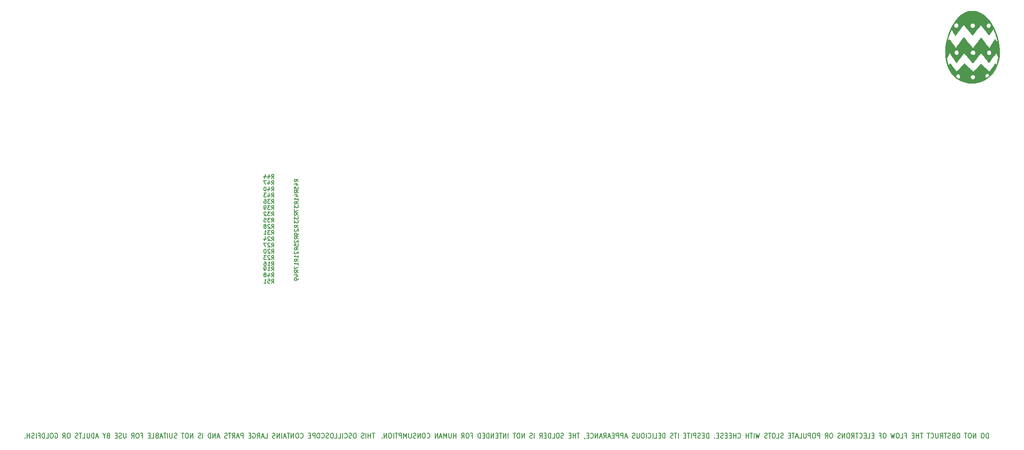
<source format=gbo>
G04 #@! TF.FileFunction,Legend,Bot*
%FSLAX46Y46*%
G04 Gerber Fmt 4.6, Leading zero omitted, Abs format (unit mm)*
G04 Created by KiCad (PCBNEW (2015-02-20 BZR 5435)-product) date Mon 23 Feb 2015 11:51:58 AM EST*
%MOMM*%
G01*
G04 APERTURE LIST*
%ADD10C,0.100000*%
%ADD11C,0.180000*%
%ADD12C,0.150000*%
%ADD13C,0.700000*%
%ADD14C,2.350000*%
%ADD15C,1.000000*%
%ADD16R,1.000000X1.000000*%
%ADD17C,3.000000*%
%ADD18C,2.000000*%
%ADD19C,9.000000*%
%ADD20R,0.600000X0.600000*%
%ADD21R,1.998980X1.998980*%
%ADD22C,1.998980*%
%ADD23R,1.524000X2.286000*%
%ADD24O,1.524000X2.286000*%
%ADD25R,1.500000X1.500000*%
%ADD26C,1.500000*%
%ADD27C,1.300000*%
%ADD28C,5.000000*%
%ADD29C,0.300000*%
G04 APERTURE END LIST*
D10*
D11*
X220785714Y-153452381D02*
X220785714Y-152452381D01*
X220571429Y-152452381D01*
X220442857Y-152500000D01*
X220357143Y-152595238D01*
X220314286Y-152690476D01*
X220271429Y-152880952D01*
X220271429Y-153023810D01*
X220314286Y-153214286D01*
X220357143Y-153309524D01*
X220442857Y-153404762D01*
X220571429Y-153452381D01*
X220785714Y-153452381D01*
X219714286Y-152452381D02*
X219542857Y-152452381D01*
X219457143Y-152500000D01*
X219371429Y-152595238D01*
X219328571Y-152785714D01*
X219328571Y-153119048D01*
X219371429Y-153309524D01*
X219457143Y-153404762D01*
X219542857Y-153452381D01*
X219714286Y-153452381D01*
X219800000Y-153404762D01*
X219885714Y-153309524D01*
X219928571Y-153119048D01*
X219928571Y-152785714D01*
X219885714Y-152595238D01*
X219800000Y-152500000D01*
X219714286Y-152452381D01*
X218257143Y-153452381D02*
X218257143Y-152452381D01*
X217742858Y-153452381D01*
X217742858Y-152452381D01*
X217142858Y-152452381D02*
X216971429Y-152452381D01*
X216885715Y-152500000D01*
X216800001Y-152595238D01*
X216757143Y-152785714D01*
X216757143Y-153119048D01*
X216800001Y-153309524D01*
X216885715Y-153404762D01*
X216971429Y-153452381D01*
X217142858Y-153452381D01*
X217228572Y-153404762D01*
X217314286Y-153309524D01*
X217357143Y-153119048D01*
X217357143Y-152785714D01*
X217314286Y-152595238D01*
X217228572Y-152500000D01*
X217142858Y-152452381D01*
X216500001Y-152452381D02*
X215985715Y-152452381D01*
X216242858Y-153452381D02*
X216242858Y-152452381D01*
X214828573Y-152452381D02*
X214657144Y-152452381D01*
X214571430Y-152500000D01*
X214485716Y-152595238D01*
X214442858Y-152785714D01*
X214442858Y-153119048D01*
X214485716Y-153309524D01*
X214571430Y-153404762D01*
X214657144Y-153452381D01*
X214828573Y-153452381D01*
X214914287Y-153404762D01*
X215000001Y-153309524D01*
X215042858Y-153119048D01*
X215042858Y-152785714D01*
X215000001Y-152595238D01*
X214914287Y-152500000D01*
X214828573Y-152452381D01*
X213757144Y-152928571D02*
X213628573Y-152976190D01*
X213585716Y-153023810D01*
X213542859Y-153119048D01*
X213542859Y-153261905D01*
X213585716Y-153357143D01*
X213628573Y-153404762D01*
X213714287Y-153452381D01*
X214057144Y-153452381D01*
X214057144Y-152452381D01*
X213757144Y-152452381D01*
X213671430Y-152500000D01*
X213628573Y-152547619D01*
X213585716Y-152642857D01*
X213585716Y-152738095D01*
X213628573Y-152833333D01*
X213671430Y-152880952D01*
X213757144Y-152928571D01*
X214057144Y-152928571D01*
X213200001Y-153404762D02*
X213071430Y-153452381D01*
X212857144Y-153452381D01*
X212771430Y-153404762D01*
X212728573Y-153357143D01*
X212685716Y-153261905D01*
X212685716Y-153166667D01*
X212728573Y-153071429D01*
X212771430Y-153023810D01*
X212857144Y-152976190D01*
X213028573Y-152928571D01*
X213114287Y-152880952D01*
X213157144Y-152833333D01*
X213200001Y-152738095D01*
X213200001Y-152642857D01*
X213157144Y-152547619D01*
X213114287Y-152500000D01*
X213028573Y-152452381D01*
X212814287Y-152452381D01*
X212685716Y-152500000D01*
X212428573Y-152452381D02*
X211914287Y-152452381D01*
X212171430Y-153452381D02*
X212171430Y-152452381D01*
X211100002Y-153452381D02*
X211400002Y-152976190D01*
X211614287Y-153452381D02*
X211614287Y-152452381D01*
X211271430Y-152452381D01*
X211185716Y-152500000D01*
X211142859Y-152547619D01*
X211100002Y-152642857D01*
X211100002Y-152785714D01*
X211142859Y-152880952D01*
X211185716Y-152928571D01*
X211271430Y-152976190D01*
X211614287Y-152976190D01*
X210714287Y-152452381D02*
X210714287Y-153261905D01*
X210671430Y-153357143D01*
X210628573Y-153404762D01*
X210542859Y-153452381D01*
X210371430Y-153452381D01*
X210285716Y-153404762D01*
X210242859Y-153357143D01*
X210200002Y-153261905D01*
X210200002Y-152452381D01*
X209257145Y-153357143D02*
X209300002Y-153404762D01*
X209428573Y-153452381D01*
X209514287Y-153452381D01*
X209642859Y-153404762D01*
X209728573Y-153309524D01*
X209771430Y-153214286D01*
X209814287Y-153023810D01*
X209814287Y-152880952D01*
X209771430Y-152690476D01*
X209728573Y-152595238D01*
X209642859Y-152500000D01*
X209514287Y-152452381D01*
X209428573Y-152452381D01*
X209300002Y-152500000D01*
X209257145Y-152547619D01*
X209000002Y-152452381D02*
X208485716Y-152452381D01*
X208742859Y-153452381D02*
X208742859Y-152452381D01*
X207628574Y-152452381D02*
X207114288Y-152452381D01*
X207371431Y-153452381D02*
X207371431Y-152452381D01*
X206814288Y-153452381D02*
X206814288Y-152452381D01*
X206814288Y-152928571D02*
X206300003Y-152928571D01*
X206300003Y-153452381D02*
X206300003Y-152452381D01*
X205871431Y-152928571D02*
X205571431Y-152928571D01*
X205442860Y-153452381D02*
X205871431Y-153452381D01*
X205871431Y-152452381D01*
X205442860Y-152452381D01*
X204071431Y-152928571D02*
X204371431Y-152928571D01*
X204371431Y-153452381D02*
X204371431Y-152452381D01*
X203942860Y-152452381D01*
X203171431Y-153452381D02*
X203600002Y-153452381D01*
X203600002Y-152452381D01*
X202700003Y-152452381D02*
X202528574Y-152452381D01*
X202442860Y-152500000D01*
X202357146Y-152595238D01*
X202314288Y-152785714D01*
X202314288Y-153119048D01*
X202357146Y-153309524D01*
X202442860Y-153404762D01*
X202528574Y-153452381D01*
X202700003Y-153452381D01*
X202785717Y-153404762D01*
X202871431Y-153309524D01*
X202914288Y-153119048D01*
X202914288Y-152785714D01*
X202871431Y-152595238D01*
X202785717Y-152500000D01*
X202700003Y-152452381D01*
X202014289Y-152452381D02*
X201800003Y-153452381D01*
X201628574Y-152738095D01*
X201457146Y-153452381D01*
X201242860Y-152452381D01*
X200042861Y-152452381D02*
X199871432Y-152452381D01*
X199785718Y-152500000D01*
X199700004Y-152595238D01*
X199657146Y-152785714D01*
X199657146Y-153119048D01*
X199700004Y-153309524D01*
X199785718Y-153404762D01*
X199871432Y-153452381D01*
X200042861Y-153452381D01*
X200128575Y-153404762D01*
X200214289Y-153309524D01*
X200257146Y-153119048D01*
X200257146Y-152785714D01*
X200214289Y-152595238D01*
X200128575Y-152500000D01*
X200042861Y-152452381D01*
X198971432Y-152928571D02*
X199271432Y-152928571D01*
X199271432Y-153452381D02*
X199271432Y-152452381D01*
X198842861Y-152452381D01*
X197814289Y-152928571D02*
X197514289Y-152928571D01*
X197385718Y-153452381D02*
X197814289Y-153452381D01*
X197814289Y-152452381D01*
X197385718Y-152452381D01*
X196571432Y-153452381D02*
X197000003Y-153452381D01*
X197000003Y-152452381D01*
X196271432Y-152928571D02*
X195971432Y-152928571D01*
X195842861Y-153452381D02*
X196271432Y-153452381D01*
X196271432Y-152452381D01*
X195842861Y-152452381D01*
X194942861Y-153357143D02*
X194985718Y-153404762D01*
X195114289Y-153452381D01*
X195200003Y-153452381D01*
X195328575Y-153404762D01*
X195414289Y-153309524D01*
X195457146Y-153214286D01*
X195500003Y-153023810D01*
X195500003Y-152880952D01*
X195457146Y-152690476D01*
X195414289Y-152595238D01*
X195328575Y-152500000D01*
X195200003Y-152452381D01*
X195114289Y-152452381D01*
X194985718Y-152500000D01*
X194942861Y-152547619D01*
X194685718Y-152452381D02*
X194171432Y-152452381D01*
X194428575Y-153452381D02*
X194428575Y-152452381D01*
X193357147Y-153452381D02*
X193657147Y-152976190D01*
X193871432Y-153452381D02*
X193871432Y-152452381D01*
X193528575Y-152452381D01*
X193442861Y-152500000D01*
X193400004Y-152547619D01*
X193357147Y-152642857D01*
X193357147Y-152785714D01*
X193400004Y-152880952D01*
X193442861Y-152928571D01*
X193528575Y-152976190D01*
X193871432Y-152976190D01*
X192800004Y-152452381D02*
X192628575Y-152452381D01*
X192542861Y-152500000D01*
X192457147Y-152595238D01*
X192414289Y-152785714D01*
X192414289Y-153119048D01*
X192457147Y-153309524D01*
X192542861Y-153404762D01*
X192628575Y-153452381D01*
X192800004Y-153452381D01*
X192885718Y-153404762D01*
X192971432Y-153309524D01*
X193014289Y-153119048D01*
X193014289Y-152785714D01*
X192971432Y-152595238D01*
X192885718Y-152500000D01*
X192800004Y-152452381D01*
X192028575Y-153452381D02*
X192028575Y-152452381D01*
X191514290Y-153452381D01*
X191514290Y-152452381D01*
X191128575Y-153404762D02*
X191000004Y-153452381D01*
X190785718Y-153452381D01*
X190700004Y-153404762D01*
X190657147Y-153357143D01*
X190614290Y-153261905D01*
X190614290Y-153166667D01*
X190657147Y-153071429D01*
X190700004Y-153023810D01*
X190785718Y-152976190D01*
X190957147Y-152928571D01*
X191042861Y-152880952D01*
X191085718Y-152833333D01*
X191128575Y-152738095D01*
X191128575Y-152642857D01*
X191085718Y-152547619D01*
X191042861Y-152500000D01*
X190957147Y-152452381D01*
X190742861Y-152452381D01*
X190614290Y-152500000D01*
X189371433Y-152452381D02*
X189200004Y-152452381D01*
X189114290Y-152500000D01*
X189028576Y-152595238D01*
X188985718Y-152785714D01*
X188985718Y-153119048D01*
X189028576Y-153309524D01*
X189114290Y-153404762D01*
X189200004Y-153452381D01*
X189371433Y-153452381D01*
X189457147Y-153404762D01*
X189542861Y-153309524D01*
X189585718Y-153119048D01*
X189585718Y-152785714D01*
X189542861Y-152595238D01*
X189457147Y-152500000D01*
X189371433Y-152452381D01*
X188085719Y-153452381D02*
X188385719Y-152976190D01*
X188600004Y-153452381D02*
X188600004Y-152452381D01*
X188257147Y-152452381D01*
X188171433Y-152500000D01*
X188128576Y-152547619D01*
X188085719Y-152642857D01*
X188085719Y-152785714D01*
X188128576Y-152880952D01*
X188171433Y-152928571D01*
X188257147Y-152976190D01*
X188600004Y-152976190D01*
X187014290Y-153452381D02*
X187014290Y-152452381D01*
X186671433Y-152452381D01*
X186585719Y-152500000D01*
X186542862Y-152547619D01*
X186500005Y-152642857D01*
X186500005Y-152785714D01*
X186542862Y-152880952D01*
X186585719Y-152928571D01*
X186671433Y-152976190D01*
X187014290Y-152976190D01*
X185942862Y-152452381D02*
X185771433Y-152452381D01*
X185685719Y-152500000D01*
X185600005Y-152595238D01*
X185557147Y-152785714D01*
X185557147Y-153119048D01*
X185600005Y-153309524D01*
X185685719Y-153404762D01*
X185771433Y-153452381D01*
X185942862Y-153452381D01*
X186028576Y-153404762D01*
X186114290Y-153309524D01*
X186157147Y-153119048D01*
X186157147Y-152785714D01*
X186114290Y-152595238D01*
X186028576Y-152500000D01*
X185942862Y-152452381D01*
X185171433Y-153452381D02*
X185171433Y-152452381D01*
X184828576Y-152452381D01*
X184742862Y-152500000D01*
X184700005Y-152547619D01*
X184657148Y-152642857D01*
X184657148Y-152785714D01*
X184700005Y-152880952D01*
X184742862Y-152928571D01*
X184828576Y-152976190D01*
X185171433Y-152976190D01*
X184271433Y-152452381D02*
X184271433Y-153261905D01*
X184228576Y-153357143D01*
X184185719Y-153404762D01*
X184100005Y-153452381D01*
X183928576Y-153452381D01*
X183842862Y-153404762D01*
X183800005Y-153357143D01*
X183757148Y-153261905D01*
X183757148Y-152452381D01*
X182900005Y-153452381D02*
X183328576Y-153452381D01*
X183328576Y-152452381D01*
X182642862Y-153166667D02*
X182214291Y-153166667D01*
X182728577Y-153452381D02*
X182428577Y-152452381D01*
X182128577Y-153452381D01*
X181957148Y-152452381D02*
X181442862Y-152452381D01*
X181700005Y-153452381D02*
X181700005Y-152452381D01*
X181142862Y-152928571D02*
X180842862Y-152928571D01*
X180714291Y-153452381D02*
X181142862Y-153452381D01*
X181142862Y-152452381D01*
X180714291Y-152452381D01*
X179685719Y-153404762D02*
X179557148Y-153452381D01*
X179342862Y-153452381D01*
X179257148Y-153404762D01*
X179214291Y-153357143D01*
X179171434Y-153261905D01*
X179171434Y-153166667D01*
X179214291Y-153071429D01*
X179257148Y-153023810D01*
X179342862Y-152976190D01*
X179514291Y-152928571D01*
X179600005Y-152880952D01*
X179642862Y-152833333D01*
X179685719Y-152738095D01*
X179685719Y-152642857D01*
X179642862Y-152547619D01*
X179600005Y-152500000D01*
X179514291Y-152452381D01*
X179300005Y-152452381D01*
X179171434Y-152500000D01*
X178357148Y-153452381D02*
X178785719Y-153452381D01*
X178785719Y-152452381D01*
X177885720Y-152452381D02*
X177714291Y-152452381D01*
X177628577Y-152500000D01*
X177542863Y-152595238D01*
X177500005Y-152785714D01*
X177500005Y-153119048D01*
X177542863Y-153309524D01*
X177628577Y-153404762D01*
X177714291Y-153452381D01*
X177885720Y-153452381D01*
X177971434Y-153404762D01*
X178057148Y-153309524D01*
X178100005Y-153119048D01*
X178100005Y-152785714D01*
X178057148Y-152595238D01*
X177971434Y-152500000D01*
X177885720Y-152452381D01*
X177242863Y-152452381D02*
X176728577Y-152452381D01*
X176985720Y-153452381D02*
X176985720Y-152452381D01*
X176471434Y-153404762D02*
X176342863Y-153452381D01*
X176128577Y-153452381D01*
X176042863Y-153404762D01*
X176000006Y-153357143D01*
X175957149Y-153261905D01*
X175957149Y-153166667D01*
X176000006Y-153071429D01*
X176042863Y-153023810D01*
X176128577Y-152976190D01*
X176300006Y-152928571D01*
X176385720Y-152880952D01*
X176428577Y-152833333D01*
X176471434Y-152738095D01*
X176471434Y-152642857D01*
X176428577Y-152547619D01*
X176385720Y-152500000D01*
X176300006Y-152452381D01*
X176085720Y-152452381D01*
X175957149Y-152500000D01*
X174971435Y-152452381D02*
X174757149Y-153452381D01*
X174585720Y-152738095D01*
X174414292Y-153452381D01*
X174200006Y-152452381D01*
X173857149Y-153452381D02*
X173857149Y-152452381D01*
X173557150Y-152452381D02*
X173042864Y-152452381D01*
X173300007Y-153452381D02*
X173300007Y-152452381D01*
X172742864Y-153452381D02*
X172742864Y-152452381D01*
X172742864Y-152928571D02*
X172228579Y-152928571D01*
X172228579Y-153452381D02*
X172228579Y-152452381D01*
X170600008Y-153357143D02*
X170642865Y-153404762D01*
X170771436Y-153452381D01*
X170857150Y-153452381D01*
X170985722Y-153404762D01*
X171071436Y-153309524D01*
X171114293Y-153214286D01*
X171157150Y-153023810D01*
X171157150Y-152880952D01*
X171114293Y-152690476D01*
X171071436Y-152595238D01*
X170985722Y-152500000D01*
X170857150Y-152452381D01*
X170771436Y-152452381D01*
X170642865Y-152500000D01*
X170600008Y-152547619D01*
X170214293Y-153452381D02*
X170214293Y-152452381D01*
X170214293Y-152928571D02*
X169700008Y-152928571D01*
X169700008Y-153452381D02*
X169700008Y-152452381D01*
X169271436Y-152928571D02*
X168971436Y-152928571D01*
X168842865Y-153452381D02*
X169271436Y-153452381D01*
X169271436Y-152452381D01*
X168842865Y-152452381D01*
X168457150Y-152928571D02*
X168157150Y-152928571D01*
X168028579Y-153452381D02*
X168457150Y-153452381D01*
X168457150Y-152452381D01*
X168028579Y-152452381D01*
X167685721Y-153404762D02*
X167557150Y-153452381D01*
X167342864Y-153452381D01*
X167257150Y-153404762D01*
X167214293Y-153357143D01*
X167171436Y-153261905D01*
X167171436Y-153166667D01*
X167214293Y-153071429D01*
X167257150Y-153023810D01*
X167342864Y-152976190D01*
X167514293Y-152928571D01*
X167600007Y-152880952D01*
X167642864Y-152833333D01*
X167685721Y-152738095D01*
X167685721Y-152642857D01*
X167642864Y-152547619D01*
X167600007Y-152500000D01*
X167514293Y-152452381D01*
X167300007Y-152452381D01*
X167171436Y-152500000D01*
X166785721Y-152928571D02*
X166485721Y-152928571D01*
X166357150Y-153452381D02*
X166785721Y-153452381D01*
X166785721Y-152452381D01*
X166357150Y-152452381D01*
X165971435Y-153357143D02*
X165928578Y-153404762D01*
X165971435Y-153452381D01*
X166014292Y-153404762D01*
X165971435Y-153357143D01*
X165971435Y-153452381D01*
X164785714Y-153452381D02*
X164785714Y-152452381D01*
X164571429Y-152452381D01*
X164442857Y-152500000D01*
X164357143Y-152595238D01*
X164314286Y-152690476D01*
X164271429Y-152880952D01*
X164271429Y-153023810D01*
X164314286Y-153214286D01*
X164357143Y-153309524D01*
X164442857Y-153404762D01*
X164571429Y-153452381D01*
X164785714Y-153452381D01*
X163885714Y-152928571D02*
X163585714Y-152928571D01*
X163457143Y-153452381D02*
X163885714Y-153452381D01*
X163885714Y-152452381D01*
X163457143Y-152452381D01*
X163114285Y-153404762D02*
X162985714Y-153452381D01*
X162771428Y-153452381D01*
X162685714Y-153404762D01*
X162642857Y-153357143D01*
X162600000Y-153261905D01*
X162600000Y-153166667D01*
X162642857Y-153071429D01*
X162685714Y-153023810D01*
X162771428Y-152976190D01*
X162942857Y-152928571D01*
X163028571Y-152880952D01*
X163071428Y-152833333D01*
X163114285Y-152738095D01*
X163114285Y-152642857D01*
X163071428Y-152547619D01*
X163028571Y-152500000D01*
X162942857Y-152452381D01*
X162728571Y-152452381D01*
X162600000Y-152500000D01*
X162214285Y-153452381D02*
X162214285Y-152452381D01*
X161871428Y-152452381D01*
X161785714Y-152500000D01*
X161742857Y-152547619D01*
X161700000Y-152642857D01*
X161700000Y-152785714D01*
X161742857Y-152880952D01*
X161785714Y-152928571D01*
X161871428Y-152976190D01*
X162214285Y-152976190D01*
X161314285Y-153452381D02*
X161314285Y-152452381D01*
X161014286Y-152452381D02*
X160500000Y-152452381D01*
X160757143Y-153452381D02*
X160757143Y-152452381D01*
X160200000Y-152928571D02*
X159900000Y-152928571D01*
X159771429Y-153452381D02*
X160200000Y-153452381D01*
X160200000Y-152452381D01*
X159771429Y-152452381D01*
X158700000Y-153452381D02*
X158700000Y-152452381D01*
X158400001Y-152452381D02*
X157885715Y-152452381D01*
X158142858Y-153452381D02*
X158142858Y-152452381D01*
X157628572Y-153404762D02*
X157500001Y-153452381D01*
X157285715Y-153452381D01*
X157200001Y-153404762D01*
X157157144Y-153357143D01*
X157114287Y-153261905D01*
X157114287Y-153166667D01*
X157157144Y-153071429D01*
X157200001Y-153023810D01*
X157285715Y-152976190D01*
X157457144Y-152928571D01*
X157542858Y-152880952D01*
X157585715Y-152833333D01*
X157628572Y-152738095D01*
X157628572Y-152642857D01*
X157585715Y-152547619D01*
X157542858Y-152500000D01*
X157457144Y-152452381D01*
X157242858Y-152452381D01*
X157114287Y-152500000D01*
X156042858Y-153452381D02*
X156042858Y-152452381D01*
X155828573Y-152452381D01*
X155700001Y-152500000D01*
X155614287Y-152595238D01*
X155571430Y-152690476D01*
X155528573Y-152880952D01*
X155528573Y-153023810D01*
X155571430Y-153214286D01*
X155614287Y-153309524D01*
X155700001Y-153404762D01*
X155828573Y-153452381D01*
X156042858Y-153452381D01*
X155142858Y-152928571D02*
X154842858Y-152928571D01*
X154714287Y-153452381D02*
X155142858Y-153452381D01*
X155142858Y-152452381D01*
X154714287Y-152452381D01*
X153900001Y-153452381D02*
X154328572Y-153452381D01*
X154328572Y-152452381D01*
X153600001Y-153452381D02*
X153600001Y-152452381D01*
X152657145Y-153357143D02*
X152700002Y-153404762D01*
X152828573Y-153452381D01*
X152914287Y-153452381D01*
X153042859Y-153404762D01*
X153128573Y-153309524D01*
X153171430Y-153214286D01*
X153214287Y-153023810D01*
X153214287Y-152880952D01*
X153171430Y-152690476D01*
X153128573Y-152595238D01*
X153042859Y-152500000D01*
X152914287Y-152452381D01*
X152828573Y-152452381D01*
X152700002Y-152500000D01*
X152657145Y-152547619D01*
X152271430Y-153452381D02*
X152271430Y-152452381D01*
X151671431Y-152452381D02*
X151500002Y-152452381D01*
X151414288Y-152500000D01*
X151328574Y-152595238D01*
X151285716Y-152785714D01*
X151285716Y-153119048D01*
X151328574Y-153309524D01*
X151414288Y-153404762D01*
X151500002Y-153452381D01*
X151671431Y-153452381D01*
X151757145Y-153404762D01*
X151842859Y-153309524D01*
X151885716Y-153119048D01*
X151885716Y-152785714D01*
X151842859Y-152595238D01*
X151757145Y-152500000D01*
X151671431Y-152452381D01*
X150900002Y-152452381D02*
X150900002Y-153261905D01*
X150857145Y-153357143D01*
X150814288Y-153404762D01*
X150728574Y-153452381D01*
X150557145Y-153452381D01*
X150471431Y-153404762D01*
X150428574Y-153357143D01*
X150385717Y-153261905D01*
X150385717Y-152452381D01*
X150000002Y-153404762D02*
X149871431Y-153452381D01*
X149657145Y-153452381D01*
X149571431Y-153404762D01*
X149528574Y-153357143D01*
X149485717Y-153261905D01*
X149485717Y-153166667D01*
X149528574Y-153071429D01*
X149571431Y-153023810D01*
X149657145Y-152976190D01*
X149828574Y-152928571D01*
X149914288Y-152880952D01*
X149957145Y-152833333D01*
X150000002Y-152738095D01*
X150000002Y-152642857D01*
X149957145Y-152547619D01*
X149914288Y-152500000D01*
X149828574Y-152452381D01*
X149614288Y-152452381D01*
X149485717Y-152500000D01*
X148457145Y-153166667D02*
X148028574Y-153166667D01*
X148542860Y-153452381D02*
X148242860Y-152452381D01*
X147942860Y-153452381D01*
X147642859Y-153452381D02*
X147642859Y-152452381D01*
X147300002Y-152452381D01*
X147214288Y-152500000D01*
X147171431Y-152547619D01*
X147128574Y-152642857D01*
X147128574Y-152785714D01*
X147171431Y-152880952D01*
X147214288Y-152928571D01*
X147300002Y-152976190D01*
X147642859Y-152976190D01*
X146742859Y-153452381D02*
X146742859Y-152452381D01*
X146400002Y-152452381D01*
X146314288Y-152500000D01*
X146271431Y-152547619D01*
X146228574Y-152642857D01*
X146228574Y-152785714D01*
X146271431Y-152880952D01*
X146314288Y-152928571D01*
X146400002Y-152976190D01*
X146742859Y-152976190D01*
X145842859Y-152928571D02*
X145542859Y-152928571D01*
X145414288Y-153452381D02*
X145842859Y-153452381D01*
X145842859Y-152452381D01*
X145414288Y-152452381D01*
X145071430Y-153166667D02*
X144642859Y-153166667D01*
X145157145Y-153452381D02*
X144857145Y-152452381D01*
X144557145Y-153452381D01*
X143742859Y-153452381D02*
X144042859Y-152976190D01*
X144257144Y-153452381D02*
X144257144Y-152452381D01*
X143914287Y-152452381D01*
X143828573Y-152500000D01*
X143785716Y-152547619D01*
X143742859Y-152642857D01*
X143742859Y-152785714D01*
X143785716Y-152880952D01*
X143828573Y-152928571D01*
X143914287Y-152976190D01*
X144257144Y-152976190D01*
X143400001Y-153166667D02*
X142971430Y-153166667D01*
X143485716Y-153452381D02*
X143185716Y-152452381D01*
X142885716Y-153452381D01*
X142585715Y-153452381D02*
X142585715Y-152452381D01*
X142071430Y-153452381D01*
X142071430Y-152452381D01*
X141128573Y-153357143D02*
X141171430Y-153404762D01*
X141300001Y-153452381D01*
X141385715Y-153452381D01*
X141514287Y-153404762D01*
X141600001Y-153309524D01*
X141642858Y-153214286D01*
X141685715Y-153023810D01*
X141685715Y-152880952D01*
X141642858Y-152690476D01*
X141600001Y-152595238D01*
X141514287Y-152500000D01*
X141385715Y-152452381D01*
X141300001Y-152452381D01*
X141171430Y-152500000D01*
X141128573Y-152547619D01*
X140742858Y-152928571D02*
X140442858Y-152928571D01*
X140314287Y-153452381D02*
X140742858Y-153452381D01*
X140742858Y-152452381D01*
X140314287Y-152452381D01*
X139885715Y-153404762D02*
X139885715Y-153452381D01*
X139928572Y-153547619D01*
X139971429Y-153595238D01*
X138942859Y-152452381D02*
X138428573Y-152452381D01*
X138685716Y-153452381D02*
X138685716Y-152452381D01*
X138128573Y-153452381D02*
X138128573Y-152452381D01*
X138128573Y-152928571D02*
X137614288Y-152928571D01*
X137614288Y-153452381D02*
X137614288Y-152452381D01*
X137185716Y-152928571D02*
X136885716Y-152928571D01*
X136757145Y-153452381D02*
X137185716Y-153452381D01*
X137185716Y-152452381D01*
X136757145Y-152452381D01*
X135728573Y-153404762D02*
X135600002Y-153452381D01*
X135385716Y-153452381D01*
X135300002Y-153404762D01*
X135257145Y-153357143D01*
X135214288Y-153261905D01*
X135214288Y-153166667D01*
X135257145Y-153071429D01*
X135300002Y-153023810D01*
X135385716Y-152976190D01*
X135557145Y-152928571D01*
X135642859Y-152880952D01*
X135685716Y-152833333D01*
X135728573Y-152738095D01*
X135728573Y-152642857D01*
X135685716Y-152547619D01*
X135642859Y-152500000D01*
X135557145Y-152452381D01*
X135342859Y-152452381D01*
X135214288Y-152500000D01*
X134657145Y-152452381D02*
X134485716Y-152452381D01*
X134400002Y-152500000D01*
X134314288Y-152595238D01*
X134271430Y-152785714D01*
X134271430Y-153119048D01*
X134314288Y-153309524D01*
X134400002Y-153404762D01*
X134485716Y-153452381D01*
X134657145Y-153452381D01*
X134742859Y-153404762D01*
X134828573Y-153309524D01*
X134871430Y-153119048D01*
X134871430Y-152785714D01*
X134828573Y-152595238D01*
X134742859Y-152500000D01*
X134657145Y-152452381D01*
X133457145Y-153452381D02*
X133885716Y-153452381D01*
X133885716Y-152452381D01*
X133157145Y-153452381D02*
X133157145Y-152452381D01*
X132942860Y-152452381D01*
X132814288Y-152500000D01*
X132728574Y-152595238D01*
X132685717Y-152690476D01*
X132642860Y-152880952D01*
X132642860Y-153023810D01*
X132685717Y-153214286D01*
X132728574Y-153309524D01*
X132814288Y-153404762D01*
X132942860Y-153452381D01*
X133157145Y-153452381D01*
X132257145Y-152928571D02*
X131957145Y-152928571D01*
X131828574Y-153452381D02*
X132257145Y-153452381D01*
X132257145Y-152452381D01*
X131828574Y-152452381D01*
X130928574Y-153452381D02*
X131228574Y-152976190D01*
X131442859Y-153452381D02*
X131442859Y-152452381D01*
X131100002Y-152452381D01*
X131014288Y-152500000D01*
X130971431Y-152547619D01*
X130928574Y-152642857D01*
X130928574Y-152785714D01*
X130971431Y-152880952D01*
X131014288Y-152928571D01*
X131100002Y-152976190D01*
X131442859Y-152976190D01*
X129857145Y-153452381D02*
X129857145Y-152452381D01*
X129471431Y-153404762D02*
X129342860Y-153452381D01*
X129128574Y-153452381D01*
X129042860Y-153404762D01*
X129000003Y-153357143D01*
X128957146Y-153261905D01*
X128957146Y-153166667D01*
X129000003Y-153071429D01*
X129042860Y-153023810D01*
X129128574Y-152976190D01*
X129300003Y-152928571D01*
X129385717Y-152880952D01*
X129428574Y-152833333D01*
X129471431Y-152738095D01*
X129471431Y-152642857D01*
X129428574Y-152547619D01*
X129385717Y-152500000D01*
X129300003Y-152452381D01*
X129085717Y-152452381D01*
X128957146Y-152500000D01*
X127885717Y-153452381D02*
X127885717Y-152452381D01*
X127371432Y-153452381D01*
X127371432Y-152452381D01*
X126771432Y-152452381D02*
X126600003Y-152452381D01*
X126514289Y-152500000D01*
X126428575Y-152595238D01*
X126385717Y-152785714D01*
X126385717Y-153119048D01*
X126428575Y-153309524D01*
X126514289Y-153404762D01*
X126600003Y-153452381D01*
X126771432Y-153452381D01*
X126857146Y-153404762D01*
X126942860Y-153309524D01*
X126985717Y-153119048D01*
X126985717Y-152785714D01*
X126942860Y-152595238D01*
X126857146Y-152500000D01*
X126771432Y-152452381D01*
X126128575Y-152452381D02*
X125614289Y-152452381D01*
X125871432Y-153452381D02*
X125871432Y-152452381D01*
X124628575Y-153452381D02*
X124628575Y-152452381D01*
X124200004Y-153452381D02*
X124200004Y-152452381D01*
X123685719Y-153452381D01*
X123685719Y-152452381D01*
X123385719Y-152452381D02*
X122871433Y-152452381D01*
X123128576Y-153452381D02*
X123128576Y-152452381D01*
X122571433Y-152928571D02*
X122271433Y-152928571D01*
X122142862Y-153452381D02*
X122571433Y-153452381D01*
X122571433Y-152452381D01*
X122142862Y-152452381D01*
X121757147Y-153452381D02*
X121757147Y-152452381D01*
X121242862Y-153452381D01*
X121242862Y-152452381D01*
X120814290Y-153452381D02*
X120814290Y-152452381D01*
X120600005Y-152452381D01*
X120471433Y-152500000D01*
X120385719Y-152595238D01*
X120342862Y-152690476D01*
X120300005Y-152880952D01*
X120300005Y-153023810D01*
X120342862Y-153214286D01*
X120385719Y-153309524D01*
X120471433Y-153404762D01*
X120600005Y-153452381D01*
X120814290Y-153452381D01*
X119914290Y-152928571D02*
X119614290Y-152928571D01*
X119485719Y-153452381D02*
X119914290Y-153452381D01*
X119914290Y-152452381D01*
X119485719Y-152452381D01*
X119100004Y-153452381D02*
X119100004Y-152452381D01*
X118885719Y-152452381D01*
X118757147Y-152500000D01*
X118671433Y-152595238D01*
X118628576Y-152690476D01*
X118585719Y-152880952D01*
X118585719Y-153023810D01*
X118628576Y-153214286D01*
X118671433Y-153309524D01*
X118757147Y-153404762D01*
X118885719Y-153452381D01*
X119100004Y-153452381D01*
X117214290Y-152928571D02*
X117514290Y-152928571D01*
X117514290Y-153452381D02*
X117514290Y-152452381D01*
X117085719Y-152452381D01*
X116571433Y-152452381D02*
X116400004Y-152452381D01*
X116314290Y-152500000D01*
X116228576Y-152595238D01*
X116185718Y-152785714D01*
X116185718Y-153119048D01*
X116228576Y-153309524D01*
X116314290Y-153404762D01*
X116400004Y-153452381D01*
X116571433Y-153452381D01*
X116657147Y-153404762D01*
X116742861Y-153309524D01*
X116785718Y-153119048D01*
X116785718Y-152785714D01*
X116742861Y-152595238D01*
X116657147Y-152500000D01*
X116571433Y-152452381D01*
X115285719Y-153452381D02*
X115585719Y-152976190D01*
X115800004Y-153452381D02*
X115800004Y-152452381D01*
X115457147Y-152452381D01*
X115371433Y-152500000D01*
X115328576Y-152547619D01*
X115285719Y-152642857D01*
X115285719Y-152785714D01*
X115328576Y-152880952D01*
X115371433Y-152928571D01*
X115457147Y-152976190D01*
X115800004Y-152976190D01*
X114214290Y-153452381D02*
X114214290Y-152452381D01*
X114214290Y-152928571D02*
X113700005Y-152928571D01*
X113700005Y-153452381D02*
X113700005Y-152452381D01*
X113271433Y-152452381D02*
X113271433Y-153261905D01*
X113228576Y-153357143D01*
X113185719Y-153404762D01*
X113100005Y-153452381D01*
X112928576Y-153452381D01*
X112842862Y-153404762D01*
X112800005Y-153357143D01*
X112757148Y-153261905D01*
X112757148Y-152452381D01*
X112328576Y-153452381D02*
X112328576Y-152452381D01*
X112028576Y-153166667D01*
X111728576Y-152452381D01*
X111728576Y-153452381D01*
X111342862Y-153166667D02*
X110914291Y-153166667D01*
X111428577Y-153452381D02*
X111128577Y-152452381D01*
X110828577Y-153452381D01*
X110528576Y-153452381D02*
X110528576Y-152452381D01*
X110014291Y-153452381D01*
X110014291Y-152452381D01*
X108385720Y-153357143D02*
X108428577Y-153404762D01*
X108557148Y-153452381D01*
X108642862Y-153452381D01*
X108771434Y-153404762D01*
X108857148Y-153309524D01*
X108900005Y-153214286D01*
X108942862Y-153023810D01*
X108942862Y-152880952D01*
X108900005Y-152690476D01*
X108857148Y-152595238D01*
X108771434Y-152500000D01*
X108642862Y-152452381D01*
X108557148Y-152452381D01*
X108428577Y-152500000D01*
X108385720Y-152547619D01*
X107828577Y-152452381D02*
X107657148Y-152452381D01*
X107571434Y-152500000D01*
X107485720Y-152595238D01*
X107442862Y-152785714D01*
X107442862Y-153119048D01*
X107485720Y-153309524D01*
X107571434Y-153404762D01*
X107657148Y-153452381D01*
X107828577Y-153452381D01*
X107914291Y-153404762D01*
X108000005Y-153309524D01*
X108042862Y-153119048D01*
X108042862Y-152785714D01*
X108000005Y-152595238D01*
X107914291Y-152500000D01*
X107828577Y-152452381D01*
X107057148Y-153452381D02*
X107057148Y-152452381D01*
X106542863Y-153452381D01*
X106542863Y-152452381D01*
X106157148Y-153404762D02*
X106028577Y-153452381D01*
X105814291Y-153452381D01*
X105728577Y-153404762D01*
X105685720Y-153357143D01*
X105642863Y-153261905D01*
X105642863Y-153166667D01*
X105685720Y-153071429D01*
X105728577Y-153023810D01*
X105814291Y-152976190D01*
X105985720Y-152928571D01*
X106071434Y-152880952D01*
X106114291Y-152833333D01*
X106157148Y-152738095D01*
X106157148Y-152642857D01*
X106114291Y-152547619D01*
X106071434Y-152500000D01*
X105985720Y-152452381D01*
X105771434Y-152452381D01*
X105642863Y-152500000D01*
X105257148Y-152452381D02*
X105257148Y-153261905D01*
X105214291Y-153357143D01*
X105171434Y-153404762D01*
X105085720Y-153452381D01*
X104914291Y-153452381D01*
X104828577Y-153404762D01*
X104785720Y-153357143D01*
X104742863Y-153261905D01*
X104742863Y-152452381D01*
X104314291Y-153452381D02*
X104314291Y-152452381D01*
X104014291Y-153166667D01*
X103714291Y-152452381D01*
X103714291Y-153452381D01*
X103285720Y-153452381D02*
X103285720Y-152452381D01*
X102942863Y-152452381D01*
X102857149Y-152500000D01*
X102814292Y-152547619D01*
X102771435Y-152642857D01*
X102771435Y-152785714D01*
X102814292Y-152880952D01*
X102857149Y-152928571D01*
X102942863Y-152976190D01*
X103285720Y-152976190D01*
X102514292Y-152452381D02*
X102000006Y-152452381D01*
X102257149Y-153452381D02*
X102257149Y-152452381D01*
X101700006Y-153452381D02*
X101700006Y-152452381D01*
X101100007Y-152452381D02*
X100928578Y-152452381D01*
X100842864Y-152500000D01*
X100757150Y-152595238D01*
X100714292Y-152785714D01*
X100714292Y-153119048D01*
X100757150Y-153309524D01*
X100842864Y-153404762D01*
X100928578Y-153452381D01*
X101100007Y-153452381D01*
X101185721Y-153404762D01*
X101271435Y-153309524D01*
X101314292Y-153119048D01*
X101314292Y-152785714D01*
X101271435Y-152595238D01*
X101185721Y-152500000D01*
X101100007Y-152452381D01*
X100328578Y-153452381D02*
X100328578Y-152452381D01*
X99814293Y-153452381D01*
X99814293Y-152452381D01*
X99385721Y-153357143D02*
X99342864Y-153404762D01*
X99385721Y-153452381D01*
X99428578Y-153404762D01*
X99385721Y-153357143D01*
X99385721Y-153452381D01*
X97914286Y-152452381D02*
X97400000Y-152452381D01*
X97657143Y-153452381D02*
X97657143Y-152452381D01*
X97100000Y-153452381D02*
X97100000Y-152452381D01*
X97100000Y-152928571D02*
X96585715Y-152928571D01*
X96585715Y-153452381D02*
X96585715Y-152452381D01*
X96157143Y-153452381D02*
X96157143Y-152452381D01*
X95771429Y-153404762D02*
X95642858Y-153452381D01*
X95428572Y-153452381D01*
X95342858Y-153404762D01*
X95300001Y-153357143D01*
X95257144Y-153261905D01*
X95257144Y-153166667D01*
X95300001Y-153071429D01*
X95342858Y-153023810D01*
X95428572Y-152976190D01*
X95600001Y-152928571D01*
X95685715Y-152880952D01*
X95728572Y-152833333D01*
X95771429Y-152738095D01*
X95771429Y-152642857D01*
X95728572Y-152547619D01*
X95685715Y-152500000D01*
X95600001Y-152452381D01*
X95385715Y-152452381D01*
X95257144Y-152500000D01*
X94014287Y-152452381D02*
X93842858Y-152452381D01*
X93757144Y-152500000D01*
X93671430Y-152595238D01*
X93628572Y-152785714D01*
X93628572Y-153119048D01*
X93671430Y-153309524D01*
X93757144Y-153404762D01*
X93842858Y-153452381D01*
X94014287Y-153452381D01*
X94100001Y-153404762D01*
X94185715Y-153309524D01*
X94228572Y-153119048D01*
X94228572Y-152785714D01*
X94185715Y-152595238D01*
X94100001Y-152500000D01*
X94014287Y-152452381D01*
X93285715Y-153404762D02*
X93157144Y-153452381D01*
X92942858Y-153452381D01*
X92857144Y-153404762D01*
X92814287Y-153357143D01*
X92771430Y-153261905D01*
X92771430Y-153166667D01*
X92814287Y-153071429D01*
X92857144Y-153023810D01*
X92942858Y-152976190D01*
X93114287Y-152928571D01*
X93200001Y-152880952D01*
X93242858Y-152833333D01*
X93285715Y-152738095D01*
X93285715Y-152642857D01*
X93242858Y-152547619D01*
X93200001Y-152500000D01*
X93114287Y-152452381D01*
X92900001Y-152452381D01*
X92771430Y-152500000D01*
X91871430Y-153357143D02*
X91914287Y-153404762D01*
X92042858Y-153452381D01*
X92128572Y-153452381D01*
X92257144Y-153404762D01*
X92342858Y-153309524D01*
X92385715Y-153214286D01*
X92428572Y-153023810D01*
X92428572Y-152880952D01*
X92385715Y-152690476D01*
X92342858Y-152595238D01*
X92257144Y-152500000D01*
X92128572Y-152452381D01*
X92042858Y-152452381D01*
X91914287Y-152500000D01*
X91871430Y-152547619D01*
X91485715Y-153452381D02*
X91485715Y-152452381D01*
X90628573Y-153452381D02*
X91057144Y-153452381D01*
X91057144Y-152452381D01*
X89900002Y-153452381D02*
X90328573Y-153452381D01*
X90328573Y-152452381D01*
X89428574Y-152452381D02*
X89257145Y-152452381D01*
X89171431Y-152500000D01*
X89085717Y-152595238D01*
X89042859Y-152785714D01*
X89042859Y-153119048D01*
X89085717Y-153309524D01*
X89171431Y-153404762D01*
X89257145Y-153452381D01*
X89428574Y-153452381D01*
X89514288Y-153404762D01*
X89600002Y-153309524D01*
X89642859Y-153119048D01*
X89642859Y-152785714D01*
X89600002Y-152595238D01*
X89514288Y-152500000D01*
X89428574Y-152452381D01*
X88700002Y-153404762D02*
X88571431Y-153452381D01*
X88357145Y-153452381D01*
X88271431Y-153404762D01*
X88228574Y-153357143D01*
X88185717Y-153261905D01*
X88185717Y-153166667D01*
X88228574Y-153071429D01*
X88271431Y-153023810D01*
X88357145Y-152976190D01*
X88528574Y-152928571D01*
X88614288Y-152880952D01*
X88657145Y-152833333D01*
X88700002Y-152738095D01*
X88700002Y-152642857D01*
X88657145Y-152547619D01*
X88614288Y-152500000D01*
X88528574Y-152452381D01*
X88314288Y-152452381D01*
X88185717Y-152500000D01*
X87285717Y-153357143D02*
X87328574Y-153404762D01*
X87457145Y-153452381D01*
X87542859Y-153452381D01*
X87671431Y-153404762D01*
X87757145Y-153309524D01*
X87800002Y-153214286D01*
X87842859Y-153023810D01*
X87842859Y-152880952D01*
X87800002Y-152690476D01*
X87757145Y-152595238D01*
X87671431Y-152500000D01*
X87542859Y-152452381D01*
X87457145Y-152452381D01*
X87328574Y-152500000D01*
X87285717Y-152547619D01*
X86728574Y-152452381D02*
X86557145Y-152452381D01*
X86471431Y-152500000D01*
X86385717Y-152595238D01*
X86342859Y-152785714D01*
X86342859Y-153119048D01*
X86385717Y-153309524D01*
X86471431Y-153404762D01*
X86557145Y-153452381D01*
X86728574Y-153452381D01*
X86814288Y-153404762D01*
X86900002Y-153309524D01*
X86942859Y-153119048D01*
X86942859Y-152785714D01*
X86900002Y-152595238D01*
X86814288Y-152500000D01*
X86728574Y-152452381D01*
X85957145Y-153452381D02*
X85957145Y-152452381D01*
X85614288Y-152452381D01*
X85528574Y-152500000D01*
X85485717Y-152547619D01*
X85442860Y-152642857D01*
X85442860Y-152785714D01*
X85485717Y-152880952D01*
X85528574Y-152928571D01*
X85614288Y-152976190D01*
X85957145Y-152976190D01*
X85057145Y-152928571D02*
X84757145Y-152928571D01*
X84628574Y-153452381D02*
X85057145Y-153452381D01*
X85057145Y-152452381D01*
X84628574Y-152452381D01*
X83042860Y-153357143D02*
X83085717Y-153404762D01*
X83214288Y-153452381D01*
X83300002Y-153452381D01*
X83428574Y-153404762D01*
X83514288Y-153309524D01*
X83557145Y-153214286D01*
X83600002Y-153023810D01*
X83600002Y-152880952D01*
X83557145Y-152690476D01*
X83514288Y-152595238D01*
X83428574Y-152500000D01*
X83300002Y-152452381D01*
X83214288Y-152452381D01*
X83085717Y-152500000D01*
X83042860Y-152547619D01*
X82485717Y-152452381D02*
X82314288Y-152452381D01*
X82228574Y-152500000D01*
X82142860Y-152595238D01*
X82100002Y-152785714D01*
X82100002Y-153119048D01*
X82142860Y-153309524D01*
X82228574Y-153404762D01*
X82314288Y-153452381D01*
X82485717Y-153452381D01*
X82571431Y-153404762D01*
X82657145Y-153309524D01*
X82700002Y-153119048D01*
X82700002Y-152785714D01*
X82657145Y-152595238D01*
X82571431Y-152500000D01*
X82485717Y-152452381D01*
X81714288Y-153452381D02*
X81714288Y-152452381D01*
X81200003Y-153452381D01*
X81200003Y-152452381D01*
X80900003Y-152452381D02*
X80385717Y-152452381D01*
X80642860Y-153452381D02*
X80642860Y-152452381D01*
X80128574Y-153166667D02*
X79700003Y-153166667D01*
X80214289Y-153452381D02*
X79914289Y-152452381D01*
X79614289Y-153452381D01*
X79314288Y-153452381D02*
X79314288Y-152452381D01*
X78885717Y-153452381D02*
X78885717Y-152452381D01*
X78371432Y-153452381D01*
X78371432Y-152452381D01*
X77985717Y-153404762D02*
X77857146Y-153452381D01*
X77642860Y-153452381D01*
X77557146Y-153404762D01*
X77514289Y-153357143D01*
X77471432Y-153261905D01*
X77471432Y-153166667D01*
X77514289Y-153071429D01*
X77557146Y-153023810D01*
X77642860Y-152976190D01*
X77814289Y-152928571D01*
X77900003Y-152880952D01*
X77942860Y-152833333D01*
X77985717Y-152738095D01*
X77985717Y-152642857D01*
X77942860Y-152547619D01*
X77900003Y-152500000D01*
X77814289Y-152452381D01*
X77600003Y-152452381D01*
X77471432Y-152500000D01*
X75971432Y-153452381D02*
X76400003Y-153452381D01*
X76400003Y-152452381D01*
X75714289Y-153166667D02*
X75285718Y-153166667D01*
X75800004Y-153452381D02*
X75500004Y-152452381D01*
X75200004Y-153452381D01*
X74385718Y-153452381D02*
X74685718Y-152976190D01*
X74900003Y-153452381D02*
X74900003Y-152452381D01*
X74557146Y-152452381D01*
X74471432Y-152500000D01*
X74428575Y-152547619D01*
X74385718Y-152642857D01*
X74385718Y-152785714D01*
X74428575Y-152880952D01*
X74471432Y-152928571D01*
X74557146Y-152976190D01*
X74900003Y-152976190D01*
X73528575Y-152500000D02*
X73614289Y-152452381D01*
X73742860Y-152452381D01*
X73871432Y-152500000D01*
X73957146Y-152595238D01*
X74000003Y-152690476D01*
X74042860Y-152880952D01*
X74042860Y-153023810D01*
X74000003Y-153214286D01*
X73957146Y-153309524D01*
X73871432Y-153404762D01*
X73742860Y-153452381D01*
X73657146Y-153452381D01*
X73528575Y-153404762D01*
X73485718Y-153357143D01*
X73485718Y-153023810D01*
X73657146Y-153023810D01*
X73100003Y-152928571D02*
X72800003Y-152928571D01*
X72671432Y-153452381D02*
X73100003Y-153452381D01*
X73100003Y-152452381D01*
X72671432Y-152452381D01*
X71600003Y-153452381D02*
X71600003Y-152452381D01*
X71257146Y-152452381D01*
X71171432Y-152500000D01*
X71128575Y-152547619D01*
X71085718Y-152642857D01*
X71085718Y-152785714D01*
X71128575Y-152880952D01*
X71171432Y-152928571D01*
X71257146Y-152976190D01*
X71600003Y-152976190D01*
X70742860Y-153166667D02*
X70314289Y-153166667D01*
X70828575Y-153452381D02*
X70528575Y-152452381D01*
X70228575Y-153452381D01*
X69414289Y-153452381D02*
X69714289Y-152976190D01*
X69928574Y-153452381D02*
X69928574Y-152452381D01*
X69585717Y-152452381D01*
X69500003Y-152500000D01*
X69457146Y-152547619D01*
X69414289Y-152642857D01*
X69414289Y-152785714D01*
X69457146Y-152880952D01*
X69500003Y-152928571D01*
X69585717Y-152976190D01*
X69928574Y-152976190D01*
X69157146Y-152452381D02*
X68642860Y-152452381D01*
X68900003Y-153452381D02*
X68900003Y-152452381D01*
X68385717Y-153404762D02*
X68257146Y-153452381D01*
X68042860Y-153452381D01*
X67957146Y-153404762D01*
X67914289Y-153357143D01*
X67871432Y-153261905D01*
X67871432Y-153166667D01*
X67914289Y-153071429D01*
X67957146Y-153023810D01*
X68042860Y-152976190D01*
X68214289Y-152928571D01*
X68300003Y-152880952D01*
X68342860Y-152833333D01*
X68385717Y-152738095D01*
X68385717Y-152642857D01*
X68342860Y-152547619D01*
X68300003Y-152500000D01*
X68214289Y-152452381D01*
X68000003Y-152452381D01*
X67871432Y-152500000D01*
X66842860Y-153166667D02*
X66414289Y-153166667D01*
X66928575Y-153452381D02*
X66628575Y-152452381D01*
X66328575Y-153452381D01*
X66028574Y-153452381D02*
X66028574Y-152452381D01*
X65514289Y-153452381D01*
X65514289Y-152452381D01*
X65085717Y-153452381D02*
X65085717Y-152452381D01*
X64871432Y-152452381D01*
X64742860Y-152500000D01*
X64657146Y-152595238D01*
X64614289Y-152690476D01*
X64571432Y-152880952D01*
X64571432Y-153023810D01*
X64614289Y-153214286D01*
X64657146Y-153309524D01*
X64742860Y-153404762D01*
X64871432Y-153452381D01*
X65085717Y-153452381D01*
X63500003Y-153452381D02*
X63500003Y-152452381D01*
X63114289Y-153404762D02*
X62985718Y-153452381D01*
X62771432Y-153452381D01*
X62685718Y-153404762D01*
X62642861Y-153357143D01*
X62600004Y-153261905D01*
X62600004Y-153166667D01*
X62642861Y-153071429D01*
X62685718Y-153023810D01*
X62771432Y-152976190D01*
X62942861Y-152928571D01*
X63028575Y-152880952D01*
X63071432Y-152833333D01*
X63114289Y-152738095D01*
X63114289Y-152642857D01*
X63071432Y-152547619D01*
X63028575Y-152500000D01*
X62942861Y-152452381D01*
X62728575Y-152452381D01*
X62600004Y-152500000D01*
X61528575Y-153452381D02*
X61528575Y-152452381D01*
X61014290Y-153452381D01*
X61014290Y-152452381D01*
X60414290Y-152452381D02*
X60242861Y-152452381D01*
X60157147Y-152500000D01*
X60071433Y-152595238D01*
X60028575Y-152785714D01*
X60028575Y-153119048D01*
X60071433Y-153309524D01*
X60157147Y-153404762D01*
X60242861Y-153452381D01*
X60414290Y-153452381D01*
X60500004Y-153404762D01*
X60585718Y-153309524D01*
X60628575Y-153119048D01*
X60628575Y-152785714D01*
X60585718Y-152595238D01*
X60500004Y-152500000D01*
X60414290Y-152452381D01*
X59771433Y-152452381D02*
X59257147Y-152452381D01*
X59514290Y-153452381D02*
X59514290Y-152452381D01*
X58314290Y-153404762D02*
X58185719Y-153452381D01*
X57971433Y-153452381D01*
X57885719Y-153404762D01*
X57842862Y-153357143D01*
X57800005Y-153261905D01*
X57800005Y-153166667D01*
X57842862Y-153071429D01*
X57885719Y-153023810D01*
X57971433Y-152976190D01*
X58142862Y-152928571D01*
X58228576Y-152880952D01*
X58271433Y-152833333D01*
X58314290Y-152738095D01*
X58314290Y-152642857D01*
X58271433Y-152547619D01*
X58228576Y-152500000D01*
X58142862Y-152452381D01*
X57928576Y-152452381D01*
X57800005Y-152500000D01*
X57414290Y-152452381D02*
X57414290Y-153261905D01*
X57371433Y-153357143D01*
X57328576Y-153404762D01*
X57242862Y-153452381D01*
X57071433Y-153452381D01*
X56985719Y-153404762D01*
X56942862Y-153357143D01*
X56900005Y-153261905D01*
X56900005Y-152452381D01*
X56471433Y-153452381D02*
X56471433Y-152452381D01*
X56171434Y-152452381D02*
X55657148Y-152452381D01*
X55914291Y-153452381D02*
X55914291Y-152452381D01*
X55400005Y-153166667D02*
X54971434Y-153166667D01*
X55485720Y-153452381D02*
X55185720Y-152452381D01*
X54885720Y-153452381D01*
X54285719Y-152928571D02*
X54157148Y-152976190D01*
X54114291Y-153023810D01*
X54071434Y-153119048D01*
X54071434Y-153261905D01*
X54114291Y-153357143D01*
X54157148Y-153404762D01*
X54242862Y-153452381D01*
X54585719Y-153452381D01*
X54585719Y-152452381D01*
X54285719Y-152452381D01*
X54200005Y-152500000D01*
X54157148Y-152547619D01*
X54114291Y-152642857D01*
X54114291Y-152738095D01*
X54157148Y-152833333D01*
X54200005Y-152880952D01*
X54285719Y-152928571D01*
X54585719Y-152928571D01*
X53257148Y-153452381D02*
X53685719Y-153452381D01*
X53685719Y-152452381D01*
X52957148Y-152928571D02*
X52657148Y-152928571D01*
X52528577Y-153452381D02*
X52957148Y-153452381D01*
X52957148Y-152452381D01*
X52528577Y-152452381D01*
X51157148Y-152928571D02*
X51457148Y-152928571D01*
X51457148Y-153452381D02*
X51457148Y-152452381D01*
X51028577Y-152452381D01*
X50514291Y-152452381D02*
X50342862Y-152452381D01*
X50257148Y-152500000D01*
X50171434Y-152595238D01*
X50128576Y-152785714D01*
X50128576Y-153119048D01*
X50171434Y-153309524D01*
X50257148Y-153404762D01*
X50342862Y-153452381D01*
X50514291Y-153452381D01*
X50600005Y-153404762D01*
X50685719Y-153309524D01*
X50728576Y-153119048D01*
X50728576Y-152785714D01*
X50685719Y-152595238D01*
X50600005Y-152500000D01*
X50514291Y-152452381D01*
X49228577Y-153452381D02*
X49528577Y-152976190D01*
X49742862Y-153452381D02*
X49742862Y-152452381D01*
X49400005Y-152452381D01*
X49314291Y-152500000D01*
X49271434Y-152547619D01*
X49228577Y-152642857D01*
X49228577Y-152785714D01*
X49271434Y-152880952D01*
X49314291Y-152928571D01*
X49400005Y-152976190D01*
X49742862Y-152976190D01*
X48157148Y-152452381D02*
X48157148Y-153261905D01*
X48114291Y-153357143D01*
X48071434Y-153404762D01*
X47985720Y-153452381D01*
X47814291Y-153452381D01*
X47728577Y-153404762D01*
X47685720Y-153357143D01*
X47642863Y-153261905D01*
X47642863Y-152452381D01*
X47257148Y-153404762D02*
X47128577Y-153452381D01*
X46914291Y-153452381D01*
X46828577Y-153404762D01*
X46785720Y-153357143D01*
X46742863Y-153261905D01*
X46742863Y-153166667D01*
X46785720Y-153071429D01*
X46828577Y-153023810D01*
X46914291Y-152976190D01*
X47085720Y-152928571D01*
X47171434Y-152880952D01*
X47214291Y-152833333D01*
X47257148Y-152738095D01*
X47257148Y-152642857D01*
X47214291Y-152547619D01*
X47171434Y-152500000D01*
X47085720Y-152452381D01*
X46871434Y-152452381D01*
X46742863Y-152500000D01*
X46357148Y-152928571D02*
X46057148Y-152928571D01*
X45928577Y-153452381D02*
X46357148Y-153452381D01*
X46357148Y-152452381D01*
X45928577Y-152452381D01*
X44557148Y-152928571D02*
X44428577Y-152976190D01*
X44385720Y-153023810D01*
X44342863Y-153119048D01*
X44342863Y-153261905D01*
X44385720Y-153357143D01*
X44428577Y-153404762D01*
X44514291Y-153452381D01*
X44857148Y-153452381D01*
X44857148Y-152452381D01*
X44557148Y-152452381D01*
X44471434Y-152500000D01*
X44428577Y-152547619D01*
X44385720Y-152642857D01*
X44385720Y-152738095D01*
X44428577Y-152833333D01*
X44471434Y-152880952D01*
X44557148Y-152928571D01*
X44857148Y-152928571D01*
X43785720Y-152976190D02*
X43785720Y-153452381D01*
X44085720Y-152452381D02*
X43785720Y-152976190D01*
X43485720Y-152452381D01*
X42542862Y-153166667D02*
X42114291Y-153166667D01*
X42628577Y-153452381D02*
X42328577Y-152452381D01*
X42028577Y-153452381D01*
X41728576Y-153452381D02*
X41728576Y-152452381D01*
X41514291Y-152452381D01*
X41385719Y-152500000D01*
X41300005Y-152595238D01*
X41257148Y-152690476D01*
X41214291Y-152880952D01*
X41214291Y-153023810D01*
X41257148Y-153214286D01*
X41300005Y-153309524D01*
X41385719Y-153404762D01*
X41514291Y-153452381D01*
X41728576Y-153452381D01*
X40828576Y-152452381D02*
X40828576Y-153261905D01*
X40785719Y-153357143D01*
X40742862Y-153404762D01*
X40657148Y-153452381D01*
X40485719Y-153452381D01*
X40400005Y-153404762D01*
X40357148Y-153357143D01*
X40314291Y-153261905D01*
X40314291Y-152452381D01*
X39457148Y-153452381D02*
X39885719Y-153452381D01*
X39885719Y-152452381D01*
X39285720Y-152452381D02*
X38771434Y-152452381D01*
X39028577Y-153452381D02*
X39028577Y-152452381D01*
X38514291Y-153404762D02*
X38385720Y-153452381D01*
X38171434Y-153452381D01*
X38085720Y-153404762D01*
X38042863Y-153357143D01*
X38000006Y-153261905D01*
X38000006Y-153166667D01*
X38042863Y-153071429D01*
X38085720Y-153023810D01*
X38171434Y-152976190D01*
X38342863Y-152928571D01*
X38428577Y-152880952D01*
X38471434Y-152833333D01*
X38514291Y-152738095D01*
X38514291Y-152642857D01*
X38471434Y-152547619D01*
X38428577Y-152500000D01*
X38342863Y-152452381D01*
X38128577Y-152452381D01*
X38000006Y-152500000D01*
X36757149Y-152452381D02*
X36585720Y-152452381D01*
X36500006Y-152500000D01*
X36414292Y-152595238D01*
X36371434Y-152785714D01*
X36371434Y-153119048D01*
X36414292Y-153309524D01*
X36500006Y-153404762D01*
X36585720Y-153452381D01*
X36757149Y-153452381D01*
X36842863Y-153404762D01*
X36928577Y-153309524D01*
X36971434Y-153119048D01*
X36971434Y-152785714D01*
X36928577Y-152595238D01*
X36842863Y-152500000D01*
X36757149Y-152452381D01*
X35471435Y-153452381D02*
X35771435Y-152976190D01*
X35985720Y-153452381D02*
X35985720Y-152452381D01*
X35642863Y-152452381D01*
X35557149Y-152500000D01*
X35514292Y-152547619D01*
X35471435Y-152642857D01*
X35471435Y-152785714D01*
X35514292Y-152880952D01*
X35557149Y-152928571D01*
X35642863Y-152976190D01*
X35985720Y-152976190D01*
X33928578Y-152500000D02*
X34014292Y-152452381D01*
X34142863Y-152452381D01*
X34271435Y-152500000D01*
X34357149Y-152595238D01*
X34400006Y-152690476D01*
X34442863Y-152880952D01*
X34442863Y-153023810D01*
X34400006Y-153214286D01*
X34357149Y-153309524D01*
X34271435Y-153404762D01*
X34142863Y-153452381D01*
X34057149Y-153452381D01*
X33928578Y-153404762D01*
X33885721Y-153357143D01*
X33885721Y-153023810D01*
X34057149Y-153023810D01*
X33328578Y-152452381D02*
X33157149Y-152452381D01*
X33071435Y-152500000D01*
X32985721Y-152595238D01*
X32942863Y-152785714D01*
X32942863Y-153119048D01*
X32985721Y-153309524D01*
X33071435Y-153404762D01*
X33157149Y-153452381D01*
X33328578Y-153452381D01*
X33414292Y-153404762D01*
X33500006Y-153309524D01*
X33542863Y-153119048D01*
X33542863Y-152785714D01*
X33500006Y-152595238D01*
X33414292Y-152500000D01*
X33328578Y-152452381D01*
X32128578Y-153452381D02*
X32557149Y-153452381D01*
X32557149Y-152452381D01*
X31828578Y-153452381D02*
X31828578Y-152452381D01*
X31614293Y-152452381D01*
X31485721Y-152500000D01*
X31400007Y-152595238D01*
X31357150Y-152690476D01*
X31314293Y-152880952D01*
X31314293Y-153023810D01*
X31357150Y-153214286D01*
X31400007Y-153309524D01*
X31485721Y-153404762D01*
X31614293Y-153452381D01*
X31828578Y-153452381D01*
X30628578Y-152928571D02*
X30928578Y-152928571D01*
X30928578Y-153452381D02*
X30928578Y-152452381D01*
X30500007Y-152452381D01*
X30157149Y-153452381D02*
X30157149Y-152452381D01*
X29771435Y-153404762D02*
X29642864Y-153452381D01*
X29428578Y-153452381D01*
X29342864Y-153404762D01*
X29300007Y-153357143D01*
X29257150Y-153261905D01*
X29257150Y-153166667D01*
X29300007Y-153071429D01*
X29342864Y-153023810D01*
X29428578Y-152976190D01*
X29600007Y-152928571D01*
X29685721Y-152880952D01*
X29728578Y-152833333D01*
X29771435Y-152738095D01*
X29771435Y-152642857D01*
X29728578Y-152547619D01*
X29685721Y-152500000D01*
X29600007Y-152452381D01*
X29385721Y-152452381D01*
X29257150Y-152500000D01*
X28871435Y-153452381D02*
X28871435Y-152452381D01*
X28871435Y-152928571D02*
X28357150Y-152928571D01*
X28357150Y-153452381D02*
X28357150Y-152452381D01*
X27928578Y-153357143D02*
X27885721Y-153404762D01*
X27928578Y-153452381D01*
X27971435Y-153404762D01*
X27928578Y-153357143D01*
X27928578Y-153452381D01*
D10*
G36*
X212138215Y-75912897D02*
X212141573Y-76220132D01*
X212150278Y-76526611D01*
X212164004Y-76817763D01*
X212182427Y-77079014D01*
X212205223Y-77295793D01*
X212212794Y-77349500D01*
X212337362Y-77997299D01*
X212394354Y-78200953D01*
X212394354Y-77243567D01*
X212550157Y-76936497D01*
X212550157Y-73841125D01*
X212672881Y-73364875D01*
X212889138Y-72628304D01*
X213150424Y-71917800D01*
X213206814Y-71782215D01*
X213269914Y-71636264D01*
X213314727Y-71541630D01*
X213346256Y-71490555D01*
X213369504Y-71475280D01*
X213389474Y-71488048D01*
X213393317Y-71493013D01*
X213420942Y-71536161D01*
X213475083Y-71625202D01*
X213550360Y-71751119D01*
X213641390Y-71904899D01*
X213742795Y-72077524D01*
X213774126Y-72131110D01*
X213853188Y-72265334D01*
X213853188Y-70704023D01*
X213872103Y-70554053D01*
X213927128Y-70414499D01*
X214014965Y-70297043D01*
X214132318Y-70213369D01*
X214275891Y-70175158D01*
X214307251Y-70174000D01*
X214440554Y-70201621D01*
X214570970Y-70274653D01*
X214675290Y-70378344D01*
X214705573Y-70427162D01*
X214760066Y-70588541D01*
X214763883Y-70744914D01*
X214724479Y-70888682D01*
X214649305Y-71012248D01*
X214545814Y-71108013D01*
X214421458Y-71168377D01*
X214283691Y-71185743D01*
X214139964Y-71152511D01*
X214046065Y-71099602D01*
X213936872Y-70988480D01*
X213873679Y-70852726D01*
X213853188Y-70704023D01*
X213853188Y-72265334D01*
X213875561Y-72303317D01*
X213966638Y-72455159D01*
X214042447Y-72578675D01*
X214098077Y-72665904D01*
X214128614Y-72708882D01*
X214132471Y-72711996D01*
X214154466Y-72686826D01*
X214210044Y-72615687D01*
X214295258Y-72503836D01*
X214406162Y-72356527D01*
X214538810Y-72179015D01*
X214689255Y-71976557D01*
X214853550Y-71754406D01*
X214956800Y-71614303D01*
X215152182Y-71349072D01*
X215313596Y-71130831D01*
X215444571Y-70955322D01*
X215548641Y-70818292D01*
X215629335Y-70715484D01*
X215690187Y-70642643D01*
X215734727Y-70595513D01*
X215766487Y-70569840D01*
X215788998Y-70561368D01*
X215805792Y-70565841D01*
X215818069Y-70576493D01*
X215850028Y-70612672D01*
X215918412Y-70691837D01*
X216018569Y-70808547D01*
X216145848Y-70957363D01*
X216295600Y-71132843D01*
X216463173Y-71329546D01*
X216643917Y-71542034D01*
X216722487Y-71634500D01*
X216905690Y-71849770D01*
X217076369Y-72049560D01*
X217081959Y-72056075D01*
X217081959Y-70697874D01*
X217108617Y-70531368D01*
X217181256Y-70395693D01*
X217288874Y-70293657D01*
X217420471Y-70228068D01*
X217565044Y-70201737D01*
X217711592Y-70217471D01*
X217849114Y-70278080D01*
X217966608Y-70386371D01*
X218014665Y-70459750D01*
X218058706Y-70597576D01*
X218062259Y-70755722D01*
X218026946Y-70906981D01*
X217983003Y-70990016D01*
X217869818Y-71098806D01*
X217724483Y-71166871D01*
X217564859Y-71190814D01*
X217408804Y-71167237D01*
X217307975Y-71118454D01*
X217177904Y-70995477D01*
X217101638Y-70841174D01*
X217081959Y-70697874D01*
X217081959Y-72056075D01*
X217230110Y-72228759D01*
X217362500Y-72382259D01*
X217469125Y-72504949D01*
X217545573Y-72591719D01*
X217587429Y-72637459D01*
X217593835Y-72643309D01*
X217616809Y-72620551D01*
X217673461Y-72551952D01*
X217759749Y-72442753D01*
X217871631Y-72298198D01*
X218005065Y-72123527D01*
X218156010Y-71923983D01*
X218320424Y-71704807D01*
X218407117Y-71588557D01*
X218576692Y-71361231D01*
X218734575Y-71150555D01*
X218876751Y-70961817D01*
X218999204Y-70800302D01*
X219097918Y-70671296D01*
X219168877Y-70580086D01*
X219208067Y-70531958D01*
X219214500Y-70525702D01*
X219236860Y-70549983D01*
X219294127Y-70619087D01*
X219382126Y-70727788D01*
X219496681Y-70870862D01*
X219633617Y-71043083D01*
X219788757Y-71239227D01*
X219957925Y-71454070D01*
X220038444Y-71556641D01*
X220212652Y-71778236D01*
X220327145Y-71923144D01*
X220327145Y-70697875D01*
X220350522Y-70563976D01*
X220411728Y-70428085D01*
X220497374Y-70315444D01*
X220554092Y-70270024D01*
X220706872Y-70209126D01*
X220859069Y-70204704D01*
X221000356Y-70250486D01*
X221120408Y-70340201D01*
X221208899Y-70467575D01*
X221255504Y-70626339D01*
X221260108Y-70698872D01*
X221233506Y-70867960D01*
X221160647Y-71008380D01*
X221051949Y-71113834D01*
X220917830Y-71178022D01*
X220768708Y-71194645D01*
X220615003Y-71157405D01*
X220554092Y-71125725D01*
X220460293Y-71038718D01*
X220383014Y-70913530D01*
X220335643Y-70775403D01*
X220327145Y-70697875D01*
X220327145Y-71923144D01*
X220374800Y-71983459D01*
X220520704Y-72167091D01*
X220646180Y-72323913D01*
X220747045Y-72448708D01*
X220819115Y-72536254D01*
X220858207Y-72581335D01*
X220863944Y-72586377D01*
X220886350Y-72561326D01*
X220939581Y-72491451D01*
X221018274Y-72384110D01*
X221117070Y-72246658D01*
X221230608Y-72086455D01*
X221294125Y-71995983D01*
X221413578Y-71826002D01*
X221521276Y-71674083D01*
X221611791Y-71547776D01*
X221679694Y-71454629D01*
X221719557Y-71402189D01*
X221727364Y-71393537D01*
X221749348Y-71414599D01*
X221789116Y-71486522D01*
X221842924Y-71600427D01*
X221907028Y-71747436D01*
X221977683Y-71918670D01*
X222051146Y-72105251D01*
X222123671Y-72298301D01*
X222191515Y-72488940D01*
X222201040Y-72516730D01*
X222251533Y-72671645D01*
X222306156Y-72850791D01*
X222362496Y-73044918D01*
X222418141Y-73244776D01*
X222470676Y-73441115D01*
X222517689Y-73624686D01*
X222556766Y-73786238D01*
X222585496Y-73916522D01*
X222601465Y-74006288D01*
X222602259Y-74046286D01*
X222600377Y-74047500D01*
X222576725Y-74024329D01*
X222521416Y-73961147D01*
X222442559Y-73867446D01*
X222348264Y-73752720D01*
X222342698Y-73745875D01*
X222247044Y-73630214D01*
X222165336Y-73535264D01*
X222105971Y-73470515D01*
X222077346Y-73445457D01*
X222076864Y-73445417D01*
X222055260Y-73471620D01*
X222005063Y-73544837D01*
X221930883Y-73657955D01*
X221837329Y-73803859D01*
X221729012Y-73975438D01*
X221619042Y-74151855D01*
X221448447Y-74427158D01*
X221308244Y-74653151D01*
X221195270Y-74834433D01*
X221106363Y-74975604D01*
X221038359Y-75081264D01*
X220988095Y-75156011D01*
X220952408Y-75204445D01*
X220928136Y-75231167D01*
X220912114Y-75240775D01*
X220901179Y-75237869D01*
X220892169Y-75227048D01*
X220885867Y-75217978D01*
X220859186Y-75182568D01*
X220798300Y-75102340D01*
X220707521Y-74982960D01*
X220591163Y-74830093D01*
X220453538Y-74649405D01*
X220298959Y-74446560D01*
X220131741Y-74227226D01*
X220071750Y-74148561D01*
X219902290Y-73926934D01*
X219744639Y-73721844D01*
X219602963Y-73538629D01*
X219481430Y-73382630D01*
X219384206Y-73259186D01*
X219315458Y-73173635D01*
X219279352Y-73131318D01*
X219275068Y-73127684D01*
X219252451Y-73151945D01*
X219195774Y-73221587D01*
X219109183Y-73331270D01*
X218996825Y-73475655D01*
X218862847Y-73649404D01*
X218711394Y-73847176D01*
X218546614Y-74063634D01*
X218481318Y-74149739D01*
X218311521Y-74373873D01*
X218152883Y-74583249D01*
X218009686Y-74772221D01*
X217886208Y-74935142D01*
X217786729Y-75066365D01*
X217715531Y-75160244D01*
X217676892Y-75211131D01*
X217671847Y-75217747D01*
X217655621Y-75220340D01*
X217624148Y-75200474D01*
X217574189Y-75154542D01*
X217502506Y-75078939D01*
X217405861Y-74970061D01*
X217281015Y-74824301D01*
X217124730Y-74638056D01*
X216933768Y-74407720D01*
X216817113Y-74266194D01*
X216635490Y-74045632D01*
X216463506Y-73836989D01*
X216306014Y-73646141D01*
X216167869Y-73478958D01*
X216053925Y-73341315D01*
X215969035Y-73239084D01*
X215918054Y-73178137D01*
X215909649Y-73168260D01*
X215822391Y-73066895D01*
X215023252Y-74132228D01*
X214852423Y-74358552D01*
X214692898Y-74567191D01*
X214548734Y-74753038D01*
X214423988Y-74910986D01*
X214322716Y-75035929D01*
X214248976Y-75122759D01*
X214206824Y-75166369D01*
X214198683Y-75170218D01*
X214174488Y-75138739D01*
X214117641Y-75062116D01*
X214032744Y-74946630D01*
X213924395Y-74798563D01*
X213797194Y-74624195D01*
X213655740Y-74429810D01*
X213562542Y-74301500D01*
X213415096Y-74098494D01*
X213279573Y-73912154D01*
X213160474Y-73748647D01*
X213062298Y-73614142D01*
X212989545Y-73514805D01*
X212946714Y-73456804D01*
X212937107Y-73444250D01*
X212910917Y-73458939D01*
X212853376Y-73511687D01*
X212774841Y-73592668D01*
X212736270Y-73634750D01*
X212550157Y-73841125D01*
X212550157Y-76936497D01*
X212613150Y-76812346D01*
X212696082Y-76653062D01*
X212776114Y-76506782D01*
X212845896Y-76386429D01*
X212898078Y-76304927D01*
X212912567Y-76285875D01*
X212993187Y-76190625D01*
X213055111Y-76270000D01*
X213087231Y-76314455D01*
X213150418Y-76404778D01*
X213240075Y-76534296D01*
X213351608Y-76696336D01*
X213480422Y-76884224D01*
X213621921Y-77091289D01*
X213739177Y-77263343D01*
X213918346Y-77526555D01*
X213918346Y-76077584D01*
X213960546Y-75904207D01*
X213981612Y-75859599D01*
X214080780Y-75725331D01*
X214203124Y-75641899D01*
X214338050Y-75606364D01*
X214474965Y-75615786D01*
X214603276Y-75667223D01*
X214712391Y-75757736D01*
X214791715Y-75884385D01*
X214830655Y-76044229D01*
X214832882Y-76095870D01*
X214808792Y-76278477D01*
X214735119Y-76422356D01*
X214610208Y-76530434D01*
X214576651Y-76549198D01*
X214417589Y-76601999D01*
X214266450Y-76592289D01*
X214136462Y-76528325D01*
X214008837Y-76400582D01*
X213935287Y-76246688D01*
X213918346Y-76077584D01*
X213918346Y-77526555D01*
X214361317Y-78177311D01*
X215105136Y-77193793D01*
X215270645Y-76975395D01*
X215424561Y-76773154D01*
X215562608Y-76592621D01*
X215680513Y-76439351D01*
X215773998Y-76318896D01*
X215838790Y-76236810D01*
X215870613Y-76198646D01*
X215872790Y-76196682D01*
X215897516Y-76217350D01*
X215958386Y-76281992D01*
X216051083Y-76385642D01*
X216171292Y-76523332D01*
X216314695Y-76690096D01*
X216476977Y-76880966D01*
X216653821Y-77090976D01*
X216753875Y-77210618D01*
X216936902Y-77429386D01*
X217107616Y-77632254D01*
X217147633Y-77679502D01*
X217147633Y-76161893D01*
X217159890Y-76017040D01*
X217212987Y-75880627D01*
X217303729Y-75763267D01*
X217428919Y-75675573D01*
X217585363Y-75628157D01*
X217664326Y-75622788D01*
X217823255Y-75649657D01*
X217952574Y-75722811D01*
X218049696Y-75831069D01*
X218112031Y-75963253D01*
X218136989Y-76108181D01*
X218121980Y-76254673D01*
X218064417Y-76391550D01*
X217961708Y-76507632D01*
X217881496Y-76560461D01*
X217718147Y-76613104D01*
X217547733Y-76604937D01*
X217387859Y-76540957D01*
X217258422Y-76434464D01*
X217179412Y-76304572D01*
X217147633Y-76161893D01*
X217147633Y-77679502D01*
X217261696Y-77814176D01*
X217394824Y-77970104D01*
X217502679Y-78094992D01*
X217580940Y-78183794D01*
X217625289Y-78231462D01*
X217633587Y-78238324D01*
X217657316Y-78214115D01*
X217715600Y-78144951D01*
X217804194Y-78036145D01*
X217918850Y-77893007D01*
X218055324Y-77720850D01*
X218209370Y-77524986D01*
X218376742Y-77310727D01*
X218439189Y-77230437D01*
X218610624Y-77009869D01*
X218770240Y-76804710D01*
X218913761Y-76620439D01*
X219036916Y-76462531D01*
X219135431Y-76336466D01*
X219205034Y-76247719D01*
X219241451Y-76201767D01*
X219245541Y-76196836D01*
X219269654Y-76215174D01*
X219328538Y-76278342D01*
X219417847Y-76381150D01*
X219533231Y-76518411D01*
X219670342Y-76684934D01*
X219824831Y-76875532D01*
X219992352Y-77085014D01*
X220037081Y-77141398D01*
X220207500Y-77355847D01*
X220365910Y-77553794D01*
X220412354Y-77611375D01*
X220412354Y-76182697D01*
X220414004Y-76021950D01*
X220464333Y-75869798D01*
X220545268Y-75759847D01*
X220679797Y-75663473D01*
X220825101Y-75622543D01*
X220970295Y-75632813D01*
X221104494Y-75690036D01*
X221216813Y-75789965D01*
X221296366Y-75928355D01*
X221329307Y-76065691D01*
X221321582Y-76231046D01*
X221266011Y-76376580D01*
X221172539Y-76494579D01*
X221051115Y-76577327D01*
X220911685Y-76617108D01*
X220764197Y-76606206D01*
X220676227Y-76572259D01*
X220545791Y-76472277D01*
X220457059Y-76337615D01*
X220412354Y-76182697D01*
X220412354Y-77611375D01*
X220507948Y-77729892D01*
X220629251Y-77878791D01*
X220725455Y-77995143D01*
X220792195Y-78073599D01*
X220825108Y-78108810D01*
X220827518Y-78110231D01*
X220851073Y-78085540D01*
X220908597Y-78015749D01*
X220995749Y-77906398D01*
X221108186Y-77763028D01*
X221241568Y-77591179D01*
X221391550Y-77396393D01*
X221553793Y-77184209D01*
X221573963Y-77157731D01*
X221737461Y-76943848D01*
X221889338Y-76746756D01*
X222025239Y-76571991D01*
X222140807Y-76425085D01*
X222231683Y-76311572D01*
X222293512Y-76236987D01*
X222321936Y-76206864D01*
X222322896Y-76206500D01*
X222351190Y-76234168D01*
X222396011Y-76308778D01*
X222451803Y-76417733D01*
X222513009Y-76548436D01*
X222574075Y-76688292D01*
X222629443Y-76824705D01*
X222673557Y-76945079D01*
X222700863Y-77036818D01*
X222707001Y-77077303D01*
X222698375Y-77184727D01*
X222674704Y-77337808D01*
X222639300Y-77522450D01*
X222595472Y-77724554D01*
X222546532Y-77930024D01*
X222495789Y-78124763D01*
X222446556Y-78294672D01*
X222402142Y-78425656D01*
X222376297Y-78485465D01*
X222353489Y-78523874D01*
X222330793Y-78529933D01*
X222295863Y-78497542D01*
X222236350Y-78420595D01*
X222231235Y-78413770D01*
X222169753Y-78340002D01*
X222121901Y-78297588D01*
X222102183Y-78293805D01*
X222079822Y-78325132D01*
X222026380Y-78402603D01*
X221946288Y-78519719D01*
X221843974Y-78669980D01*
X221723868Y-78846888D01*
X221590398Y-79043943D01*
X221516713Y-79152912D01*
X220952374Y-79987949D01*
X220870461Y-79914912D01*
X220828402Y-79875551D01*
X220746955Y-79797658D01*
X220632159Y-79687067D01*
X220490053Y-79549618D01*
X220326676Y-79391147D01*
X220148066Y-79217491D01*
X220028455Y-79100986D01*
X219268362Y-78360098D01*
X219133888Y-78497736D01*
X219076905Y-78556890D01*
X218983497Y-78654837D01*
X218860743Y-78784110D01*
X218715720Y-78937245D01*
X218555508Y-79106775D01*
X218387184Y-79285235D01*
X218371270Y-79302125D01*
X218209794Y-79472644D01*
X218061979Y-79627054D01*
X217933502Y-79759558D01*
X217830039Y-79864361D01*
X217757267Y-79935667D01*
X217720863Y-79967679D01*
X217718243Y-79968875D01*
X217689939Y-79947659D01*
X217621965Y-79887652D01*
X217520194Y-79794311D01*
X217390497Y-79673095D01*
X217238749Y-79529463D01*
X217070821Y-79368873D01*
X217017243Y-79317316D01*
X216835262Y-79142129D01*
X216658696Y-78972497D01*
X216495398Y-78815938D01*
X216353222Y-78679971D01*
X216240021Y-78572117D01*
X216163648Y-78499894D01*
X216156970Y-78493641D01*
X215972815Y-78321525D01*
X215165460Y-79128415D01*
X214945256Y-79346879D01*
X214754285Y-79533032D01*
X214595252Y-79684360D01*
X214470861Y-79798351D01*
X214383819Y-79872495D01*
X214336829Y-79904278D01*
X214329752Y-79904464D01*
X214304472Y-79872171D01*
X214246220Y-79795222D01*
X214159782Y-79680018D01*
X214049942Y-79532959D01*
X213921486Y-79360445D01*
X213779199Y-79168876D01*
X213704758Y-79068478D01*
X213538834Y-78844903D01*
X213406337Y-78667674D01*
X213303075Y-78531980D01*
X213224852Y-78433012D01*
X213167476Y-78365960D01*
X213126752Y-78326015D01*
X213098487Y-78308367D01*
X213078486Y-78308206D01*
X213062555Y-78320723D01*
X213057746Y-78326477D01*
X212926895Y-78486284D01*
X212830322Y-78594499D01*
X212766928Y-78652263D01*
X212735613Y-78660715D01*
X212735478Y-78660575D01*
X212713080Y-78614277D01*
X212680610Y-78517861D01*
X212641205Y-78383317D01*
X212598003Y-78222638D01*
X212554141Y-78047815D01*
X212512757Y-77870841D01*
X212476990Y-77703706D01*
X212455418Y-77590221D01*
X212394354Y-77243567D01*
X212394354Y-78200953D01*
X212507364Y-78604781D01*
X212721604Y-79170671D01*
X212978887Y-79693696D01*
X213278017Y-80172582D01*
X213617800Y-80606057D01*
X213997039Y-80992845D01*
X214261500Y-81207473D01*
X214261500Y-80850763D01*
X214288860Y-80694964D01*
X214363200Y-80569205D01*
X214472915Y-80480078D01*
X214606398Y-80434174D01*
X214752043Y-80438085D01*
X214890474Y-80493563D01*
X214990484Y-80588935D01*
X215057588Y-80722382D01*
X215087375Y-80875233D01*
X215075434Y-81028818D01*
X215040010Y-81126523D01*
X214990517Y-81198081D01*
X214921805Y-81270964D01*
X214852683Y-81327495D01*
X214802232Y-81350000D01*
X214767016Y-81333114D01*
X214695039Y-81288641D01*
X214601246Y-81225859D01*
X214592202Y-81219598D01*
X214452203Y-81119770D01*
X214357676Y-81043857D01*
X214300100Y-80982353D01*
X214270952Y-80925755D01*
X214261710Y-80864558D01*
X214261500Y-80850763D01*
X214261500Y-81207473D01*
X214414539Y-81331675D01*
X214869105Y-81621271D01*
X215359542Y-81860361D01*
X215884653Y-82047671D01*
X216443244Y-82181927D01*
X216800668Y-82237321D01*
X216931133Y-82249076D01*
X217099814Y-82257916D01*
X217158919Y-82259697D01*
X217158919Y-81088597D01*
X217165064Y-80933736D01*
X217219837Y-80785174D01*
X217324746Y-80656311D01*
X217466265Y-80568284D01*
X217615991Y-80535645D01*
X217762936Y-80553255D01*
X217896111Y-80615975D01*
X218004527Y-80718664D01*
X218077193Y-80856182D01*
X218103132Y-81020372D01*
X218075510Y-81192059D01*
X217999742Y-81332952D01*
X217886045Y-81436546D01*
X217744638Y-81496337D01*
X217585741Y-81505819D01*
X217419572Y-81458488D01*
X217416861Y-81457210D01*
X217286355Y-81363709D01*
X217199862Y-81236379D01*
X217158919Y-81088597D01*
X217158919Y-82259697D01*
X217290103Y-82263650D01*
X217485394Y-82266088D01*
X217669082Y-82265040D01*
X217824561Y-82260314D01*
X217935225Y-82251721D01*
X217944500Y-82250451D01*
X218014674Y-82240249D01*
X218124829Y-82224341D01*
X218252089Y-82206030D01*
X218262000Y-82204607D01*
X218822236Y-82093085D01*
X219358376Y-81924236D01*
X219867827Y-81700482D01*
X220081737Y-81577420D01*
X220081737Y-80865025D01*
X220082715Y-80721761D01*
X220134576Y-80573518D01*
X220226644Y-80444023D01*
X220345109Y-80364421D01*
X220477990Y-80334012D01*
X220613310Y-80352097D01*
X220739088Y-80417977D01*
X220843345Y-80530954D01*
X220889139Y-80617559D01*
X220915590Y-80688898D01*
X220912898Y-80735324D01*
X220873613Y-80782161D01*
X220829260Y-80821096D01*
X220750369Y-80885880D01*
X220642408Y-80970723D01*
X220527570Y-81058212D01*
X220517758Y-81065543D01*
X220395480Y-81149934D01*
X220307223Y-81188737D01*
X220241501Y-81180652D01*
X220186827Y-81124379D01*
X220133249Y-81022000D01*
X220081737Y-80865025D01*
X220081737Y-81577420D01*
X220347993Y-81424244D01*
X220796282Y-81097943D01*
X221210098Y-80724003D01*
X221586848Y-80304844D01*
X221923937Y-79842888D01*
X222218772Y-79340557D01*
X222468757Y-78800273D01*
X222671299Y-78224457D01*
X222724031Y-78039184D01*
X222861862Y-77413938D01*
X222947676Y-76763291D01*
X222983072Y-76093310D01*
X222969647Y-75410064D01*
X222909000Y-74719620D01*
X222802728Y-74028048D01*
X222652431Y-73341415D01*
X222459705Y-72665789D01*
X222226150Y-72007238D01*
X221953364Y-71371831D01*
X221642944Y-70765636D01*
X221296489Y-70194720D01*
X220915597Y-69665151D01*
X220501866Y-69182999D01*
X220350605Y-69027570D01*
X219951234Y-68667015D01*
X219538267Y-68364167D01*
X219114099Y-68119742D01*
X218681125Y-67934452D01*
X218241740Y-67809013D01*
X217798340Y-67744139D01*
X217353318Y-67740543D01*
X216909071Y-67798941D01*
X216547500Y-67893441D01*
X216114144Y-68065020D01*
X215691687Y-68295949D01*
X215282274Y-68582688D01*
X214888050Y-68921693D01*
X214511161Y-69309422D01*
X214153753Y-69742332D01*
X213817970Y-70216882D01*
X213505959Y-70729528D01*
X213219863Y-71276728D01*
X212961830Y-71854939D01*
X212734004Y-72460620D01*
X212538531Y-73090227D01*
X212377555Y-73740218D01*
X212253223Y-74407052D01*
X212167680Y-75087184D01*
X212163456Y-75132393D01*
X212148832Y-75354455D01*
X212140526Y-75619481D01*
X212138215Y-75912897D01*
X212138215Y-75912897D01*
X212138215Y-75912897D01*
G37*
X212138215Y-75912897D02*
X212141573Y-76220132D01*
X212150278Y-76526611D01*
X212164004Y-76817763D01*
X212182427Y-77079014D01*
X212205223Y-77295793D01*
X212212794Y-77349500D01*
X212337362Y-77997299D01*
X212394354Y-78200953D01*
X212394354Y-77243567D01*
X212550157Y-76936497D01*
X212550157Y-73841125D01*
X212672881Y-73364875D01*
X212889138Y-72628304D01*
X213150424Y-71917800D01*
X213206814Y-71782215D01*
X213269914Y-71636264D01*
X213314727Y-71541630D01*
X213346256Y-71490555D01*
X213369504Y-71475280D01*
X213389474Y-71488048D01*
X213393317Y-71493013D01*
X213420942Y-71536161D01*
X213475083Y-71625202D01*
X213550360Y-71751119D01*
X213641390Y-71904899D01*
X213742795Y-72077524D01*
X213774126Y-72131110D01*
X213853188Y-72265334D01*
X213853188Y-70704023D01*
X213872103Y-70554053D01*
X213927128Y-70414499D01*
X214014965Y-70297043D01*
X214132318Y-70213369D01*
X214275891Y-70175158D01*
X214307251Y-70174000D01*
X214440554Y-70201621D01*
X214570970Y-70274653D01*
X214675290Y-70378344D01*
X214705573Y-70427162D01*
X214760066Y-70588541D01*
X214763883Y-70744914D01*
X214724479Y-70888682D01*
X214649305Y-71012248D01*
X214545814Y-71108013D01*
X214421458Y-71168377D01*
X214283691Y-71185743D01*
X214139964Y-71152511D01*
X214046065Y-71099602D01*
X213936872Y-70988480D01*
X213873679Y-70852726D01*
X213853188Y-70704023D01*
X213853188Y-72265334D01*
X213875561Y-72303317D01*
X213966638Y-72455159D01*
X214042447Y-72578675D01*
X214098077Y-72665904D01*
X214128614Y-72708882D01*
X214132471Y-72711996D01*
X214154466Y-72686826D01*
X214210044Y-72615687D01*
X214295258Y-72503836D01*
X214406162Y-72356527D01*
X214538810Y-72179015D01*
X214689255Y-71976557D01*
X214853550Y-71754406D01*
X214956800Y-71614303D01*
X215152182Y-71349072D01*
X215313596Y-71130831D01*
X215444571Y-70955322D01*
X215548641Y-70818292D01*
X215629335Y-70715484D01*
X215690187Y-70642643D01*
X215734727Y-70595513D01*
X215766487Y-70569840D01*
X215788998Y-70561368D01*
X215805792Y-70565841D01*
X215818069Y-70576493D01*
X215850028Y-70612672D01*
X215918412Y-70691837D01*
X216018569Y-70808547D01*
X216145848Y-70957363D01*
X216295600Y-71132843D01*
X216463173Y-71329546D01*
X216643917Y-71542034D01*
X216722487Y-71634500D01*
X216905690Y-71849770D01*
X217076369Y-72049560D01*
X217081959Y-72056075D01*
X217081959Y-70697874D01*
X217108617Y-70531368D01*
X217181256Y-70395693D01*
X217288874Y-70293657D01*
X217420471Y-70228068D01*
X217565044Y-70201737D01*
X217711592Y-70217471D01*
X217849114Y-70278080D01*
X217966608Y-70386371D01*
X218014665Y-70459750D01*
X218058706Y-70597576D01*
X218062259Y-70755722D01*
X218026946Y-70906981D01*
X217983003Y-70990016D01*
X217869818Y-71098806D01*
X217724483Y-71166871D01*
X217564859Y-71190814D01*
X217408804Y-71167237D01*
X217307975Y-71118454D01*
X217177904Y-70995477D01*
X217101638Y-70841174D01*
X217081959Y-70697874D01*
X217081959Y-72056075D01*
X217230110Y-72228759D01*
X217362500Y-72382259D01*
X217469125Y-72504949D01*
X217545573Y-72591719D01*
X217587429Y-72637459D01*
X217593835Y-72643309D01*
X217616809Y-72620551D01*
X217673461Y-72551952D01*
X217759749Y-72442753D01*
X217871631Y-72298198D01*
X218005065Y-72123527D01*
X218156010Y-71923983D01*
X218320424Y-71704807D01*
X218407117Y-71588557D01*
X218576692Y-71361231D01*
X218734575Y-71150555D01*
X218876751Y-70961817D01*
X218999204Y-70800302D01*
X219097918Y-70671296D01*
X219168877Y-70580086D01*
X219208067Y-70531958D01*
X219214500Y-70525702D01*
X219236860Y-70549983D01*
X219294127Y-70619087D01*
X219382126Y-70727788D01*
X219496681Y-70870862D01*
X219633617Y-71043083D01*
X219788757Y-71239227D01*
X219957925Y-71454070D01*
X220038444Y-71556641D01*
X220212652Y-71778236D01*
X220327145Y-71923144D01*
X220327145Y-70697875D01*
X220350522Y-70563976D01*
X220411728Y-70428085D01*
X220497374Y-70315444D01*
X220554092Y-70270024D01*
X220706872Y-70209126D01*
X220859069Y-70204704D01*
X221000356Y-70250486D01*
X221120408Y-70340201D01*
X221208899Y-70467575D01*
X221255504Y-70626339D01*
X221260108Y-70698872D01*
X221233506Y-70867960D01*
X221160647Y-71008380D01*
X221051949Y-71113834D01*
X220917830Y-71178022D01*
X220768708Y-71194645D01*
X220615003Y-71157405D01*
X220554092Y-71125725D01*
X220460293Y-71038718D01*
X220383014Y-70913530D01*
X220335643Y-70775403D01*
X220327145Y-70697875D01*
X220327145Y-71923144D01*
X220374800Y-71983459D01*
X220520704Y-72167091D01*
X220646180Y-72323913D01*
X220747045Y-72448708D01*
X220819115Y-72536254D01*
X220858207Y-72581335D01*
X220863944Y-72586377D01*
X220886350Y-72561326D01*
X220939581Y-72491451D01*
X221018274Y-72384110D01*
X221117070Y-72246658D01*
X221230608Y-72086455D01*
X221294125Y-71995983D01*
X221413578Y-71826002D01*
X221521276Y-71674083D01*
X221611791Y-71547776D01*
X221679694Y-71454629D01*
X221719557Y-71402189D01*
X221727364Y-71393537D01*
X221749348Y-71414599D01*
X221789116Y-71486522D01*
X221842924Y-71600427D01*
X221907028Y-71747436D01*
X221977683Y-71918670D01*
X222051146Y-72105251D01*
X222123671Y-72298301D01*
X222191515Y-72488940D01*
X222201040Y-72516730D01*
X222251533Y-72671645D01*
X222306156Y-72850791D01*
X222362496Y-73044918D01*
X222418141Y-73244776D01*
X222470676Y-73441115D01*
X222517689Y-73624686D01*
X222556766Y-73786238D01*
X222585496Y-73916522D01*
X222601465Y-74006288D01*
X222602259Y-74046286D01*
X222600377Y-74047500D01*
X222576725Y-74024329D01*
X222521416Y-73961147D01*
X222442559Y-73867446D01*
X222348264Y-73752720D01*
X222342698Y-73745875D01*
X222247044Y-73630214D01*
X222165336Y-73535264D01*
X222105971Y-73470515D01*
X222077346Y-73445457D01*
X222076864Y-73445417D01*
X222055260Y-73471620D01*
X222005063Y-73544837D01*
X221930883Y-73657955D01*
X221837329Y-73803859D01*
X221729012Y-73975438D01*
X221619042Y-74151855D01*
X221448447Y-74427158D01*
X221308244Y-74653151D01*
X221195270Y-74834433D01*
X221106363Y-74975604D01*
X221038359Y-75081264D01*
X220988095Y-75156011D01*
X220952408Y-75204445D01*
X220928136Y-75231167D01*
X220912114Y-75240775D01*
X220901179Y-75237869D01*
X220892169Y-75227048D01*
X220885867Y-75217978D01*
X220859186Y-75182568D01*
X220798300Y-75102340D01*
X220707521Y-74982960D01*
X220591163Y-74830093D01*
X220453538Y-74649405D01*
X220298959Y-74446560D01*
X220131741Y-74227226D01*
X220071750Y-74148561D01*
X219902290Y-73926934D01*
X219744639Y-73721844D01*
X219602963Y-73538629D01*
X219481430Y-73382630D01*
X219384206Y-73259186D01*
X219315458Y-73173635D01*
X219279352Y-73131318D01*
X219275068Y-73127684D01*
X219252451Y-73151945D01*
X219195774Y-73221587D01*
X219109183Y-73331270D01*
X218996825Y-73475655D01*
X218862847Y-73649404D01*
X218711394Y-73847176D01*
X218546614Y-74063634D01*
X218481318Y-74149739D01*
X218311521Y-74373873D01*
X218152883Y-74583249D01*
X218009686Y-74772221D01*
X217886208Y-74935142D01*
X217786729Y-75066365D01*
X217715531Y-75160244D01*
X217676892Y-75211131D01*
X217671847Y-75217747D01*
X217655621Y-75220340D01*
X217624148Y-75200474D01*
X217574189Y-75154542D01*
X217502506Y-75078939D01*
X217405861Y-74970061D01*
X217281015Y-74824301D01*
X217124730Y-74638056D01*
X216933768Y-74407720D01*
X216817113Y-74266194D01*
X216635490Y-74045632D01*
X216463506Y-73836989D01*
X216306014Y-73646141D01*
X216167869Y-73478958D01*
X216053925Y-73341315D01*
X215969035Y-73239084D01*
X215918054Y-73178137D01*
X215909649Y-73168260D01*
X215822391Y-73066895D01*
X215023252Y-74132228D01*
X214852423Y-74358552D01*
X214692898Y-74567191D01*
X214548734Y-74753038D01*
X214423988Y-74910986D01*
X214322716Y-75035929D01*
X214248976Y-75122759D01*
X214206824Y-75166369D01*
X214198683Y-75170218D01*
X214174488Y-75138739D01*
X214117641Y-75062116D01*
X214032744Y-74946630D01*
X213924395Y-74798563D01*
X213797194Y-74624195D01*
X213655740Y-74429810D01*
X213562542Y-74301500D01*
X213415096Y-74098494D01*
X213279573Y-73912154D01*
X213160474Y-73748647D01*
X213062298Y-73614142D01*
X212989545Y-73514805D01*
X212946714Y-73456804D01*
X212937107Y-73444250D01*
X212910917Y-73458939D01*
X212853376Y-73511687D01*
X212774841Y-73592668D01*
X212736270Y-73634750D01*
X212550157Y-73841125D01*
X212550157Y-76936497D01*
X212613150Y-76812346D01*
X212696082Y-76653062D01*
X212776114Y-76506782D01*
X212845896Y-76386429D01*
X212898078Y-76304927D01*
X212912567Y-76285875D01*
X212993187Y-76190625D01*
X213055111Y-76270000D01*
X213087231Y-76314455D01*
X213150418Y-76404778D01*
X213240075Y-76534296D01*
X213351608Y-76696336D01*
X213480422Y-76884224D01*
X213621921Y-77091289D01*
X213739177Y-77263343D01*
X213918346Y-77526555D01*
X213918346Y-76077584D01*
X213960546Y-75904207D01*
X213981612Y-75859599D01*
X214080780Y-75725331D01*
X214203124Y-75641899D01*
X214338050Y-75606364D01*
X214474965Y-75615786D01*
X214603276Y-75667223D01*
X214712391Y-75757736D01*
X214791715Y-75884385D01*
X214830655Y-76044229D01*
X214832882Y-76095870D01*
X214808792Y-76278477D01*
X214735119Y-76422356D01*
X214610208Y-76530434D01*
X214576651Y-76549198D01*
X214417589Y-76601999D01*
X214266450Y-76592289D01*
X214136462Y-76528325D01*
X214008837Y-76400582D01*
X213935287Y-76246688D01*
X213918346Y-76077584D01*
X213918346Y-77526555D01*
X214361317Y-78177311D01*
X215105136Y-77193793D01*
X215270645Y-76975395D01*
X215424561Y-76773154D01*
X215562608Y-76592621D01*
X215680513Y-76439351D01*
X215773998Y-76318896D01*
X215838790Y-76236810D01*
X215870613Y-76198646D01*
X215872790Y-76196682D01*
X215897516Y-76217350D01*
X215958386Y-76281992D01*
X216051083Y-76385642D01*
X216171292Y-76523332D01*
X216314695Y-76690096D01*
X216476977Y-76880966D01*
X216653821Y-77090976D01*
X216753875Y-77210618D01*
X216936902Y-77429386D01*
X217107616Y-77632254D01*
X217147633Y-77679502D01*
X217147633Y-76161893D01*
X217159890Y-76017040D01*
X217212987Y-75880627D01*
X217303729Y-75763267D01*
X217428919Y-75675573D01*
X217585363Y-75628157D01*
X217664326Y-75622788D01*
X217823255Y-75649657D01*
X217952574Y-75722811D01*
X218049696Y-75831069D01*
X218112031Y-75963253D01*
X218136989Y-76108181D01*
X218121980Y-76254673D01*
X218064417Y-76391550D01*
X217961708Y-76507632D01*
X217881496Y-76560461D01*
X217718147Y-76613104D01*
X217547733Y-76604937D01*
X217387859Y-76540957D01*
X217258422Y-76434464D01*
X217179412Y-76304572D01*
X217147633Y-76161893D01*
X217147633Y-77679502D01*
X217261696Y-77814176D01*
X217394824Y-77970104D01*
X217502679Y-78094992D01*
X217580940Y-78183794D01*
X217625289Y-78231462D01*
X217633587Y-78238324D01*
X217657316Y-78214115D01*
X217715600Y-78144951D01*
X217804194Y-78036145D01*
X217918850Y-77893007D01*
X218055324Y-77720850D01*
X218209370Y-77524986D01*
X218376742Y-77310727D01*
X218439189Y-77230437D01*
X218610624Y-77009869D01*
X218770240Y-76804710D01*
X218913761Y-76620439D01*
X219036916Y-76462531D01*
X219135431Y-76336466D01*
X219205034Y-76247719D01*
X219241451Y-76201767D01*
X219245541Y-76196836D01*
X219269654Y-76215174D01*
X219328538Y-76278342D01*
X219417847Y-76381150D01*
X219533231Y-76518411D01*
X219670342Y-76684934D01*
X219824831Y-76875532D01*
X219992352Y-77085014D01*
X220037081Y-77141398D01*
X220207500Y-77355847D01*
X220365910Y-77553794D01*
X220412354Y-77611375D01*
X220412354Y-76182697D01*
X220414004Y-76021950D01*
X220464333Y-75869798D01*
X220545268Y-75759847D01*
X220679797Y-75663473D01*
X220825101Y-75622543D01*
X220970295Y-75632813D01*
X221104494Y-75690036D01*
X221216813Y-75789965D01*
X221296366Y-75928355D01*
X221329307Y-76065691D01*
X221321582Y-76231046D01*
X221266011Y-76376580D01*
X221172539Y-76494579D01*
X221051115Y-76577327D01*
X220911685Y-76617108D01*
X220764197Y-76606206D01*
X220676227Y-76572259D01*
X220545791Y-76472277D01*
X220457059Y-76337615D01*
X220412354Y-76182697D01*
X220412354Y-77611375D01*
X220507948Y-77729892D01*
X220629251Y-77878791D01*
X220725455Y-77995143D01*
X220792195Y-78073599D01*
X220825108Y-78108810D01*
X220827518Y-78110231D01*
X220851073Y-78085540D01*
X220908597Y-78015749D01*
X220995749Y-77906398D01*
X221108186Y-77763028D01*
X221241568Y-77591179D01*
X221391550Y-77396393D01*
X221553793Y-77184209D01*
X221573963Y-77157731D01*
X221737461Y-76943848D01*
X221889338Y-76746756D01*
X222025239Y-76571991D01*
X222140807Y-76425085D01*
X222231683Y-76311572D01*
X222293512Y-76236987D01*
X222321936Y-76206864D01*
X222322896Y-76206500D01*
X222351190Y-76234168D01*
X222396011Y-76308778D01*
X222451803Y-76417733D01*
X222513009Y-76548436D01*
X222574075Y-76688292D01*
X222629443Y-76824705D01*
X222673557Y-76945079D01*
X222700863Y-77036818D01*
X222707001Y-77077303D01*
X222698375Y-77184727D01*
X222674704Y-77337808D01*
X222639300Y-77522450D01*
X222595472Y-77724554D01*
X222546532Y-77930024D01*
X222495789Y-78124763D01*
X222446556Y-78294672D01*
X222402142Y-78425656D01*
X222376297Y-78485465D01*
X222353489Y-78523874D01*
X222330793Y-78529933D01*
X222295863Y-78497542D01*
X222236350Y-78420595D01*
X222231235Y-78413770D01*
X222169753Y-78340002D01*
X222121901Y-78297588D01*
X222102183Y-78293805D01*
X222079822Y-78325132D01*
X222026380Y-78402603D01*
X221946288Y-78519719D01*
X221843974Y-78669980D01*
X221723868Y-78846888D01*
X221590398Y-79043943D01*
X221516713Y-79152912D01*
X220952374Y-79987949D01*
X220870461Y-79914912D01*
X220828402Y-79875551D01*
X220746955Y-79797658D01*
X220632159Y-79687067D01*
X220490053Y-79549618D01*
X220326676Y-79391147D01*
X220148066Y-79217491D01*
X220028455Y-79100986D01*
X219268362Y-78360098D01*
X219133888Y-78497736D01*
X219076905Y-78556890D01*
X218983497Y-78654837D01*
X218860743Y-78784110D01*
X218715720Y-78937245D01*
X218555508Y-79106775D01*
X218387184Y-79285235D01*
X218371270Y-79302125D01*
X218209794Y-79472644D01*
X218061979Y-79627054D01*
X217933502Y-79759558D01*
X217830039Y-79864361D01*
X217757267Y-79935667D01*
X217720863Y-79967679D01*
X217718243Y-79968875D01*
X217689939Y-79947659D01*
X217621965Y-79887652D01*
X217520194Y-79794311D01*
X217390497Y-79673095D01*
X217238749Y-79529463D01*
X217070821Y-79368873D01*
X217017243Y-79317316D01*
X216835262Y-79142129D01*
X216658696Y-78972497D01*
X216495398Y-78815938D01*
X216353222Y-78679971D01*
X216240021Y-78572117D01*
X216163648Y-78499894D01*
X216156970Y-78493641D01*
X215972815Y-78321525D01*
X215165460Y-79128415D01*
X214945256Y-79346879D01*
X214754285Y-79533032D01*
X214595252Y-79684360D01*
X214470861Y-79798351D01*
X214383819Y-79872495D01*
X214336829Y-79904278D01*
X214329752Y-79904464D01*
X214304472Y-79872171D01*
X214246220Y-79795222D01*
X214159782Y-79680018D01*
X214049942Y-79532959D01*
X213921486Y-79360445D01*
X213779199Y-79168876D01*
X213704758Y-79068478D01*
X213538834Y-78844903D01*
X213406337Y-78667674D01*
X213303075Y-78531980D01*
X213224852Y-78433012D01*
X213167476Y-78365960D01*
X213126752Y-78326015D01*
X213098487Y-78308367D01*
X213078486Y-78308206D01*
X213062555Y-78320723D01*
X213057746Y-78326477D01*
X212926895Y-78486284D01*
X212830322Y-78594499D01*
X212766928Y-78652263D01*
X212735613Y-78660715D01*
X212735478Y-78660575D01*
X212713080Y-78614277D01*
X212680610Y-78517861D01*
X212641205Y-78383317D01*
X212598003Y-78222638D01*
X212554141Y-78047815D01*
X212512757Y-77870841D01*
X212476990Y-77703706D01*
X212455418Y-77590221D01*
X212394354Y-77243567D01*
X212394354Y-78200953D01*
X212507364Y-78604781D01*
X212721604Y-79170671D01*
X212978887Y-79693696D01*
X213278017Y-80172582D01*
X213617800Y-80606057D01*
X213997039Y-80992845D01*
X214261500Y-81207473D01*
X214261500Y-80850763D01*
X214288860Y-80694964D01*
X214363200Y-80569205D01*
X214472915Y-80480078D01*
X214606398Y-80434174D01*
X214752043Y-80438085D01*
X214890474Y-80493563D01*
X214990484Y-80588935D01*
X215057588Y-80722382D01*
X215087375Y-80875233D01*
X215075434Y-81028818D01*
X215040010Y-81126523D01*
X214990517Y-81198081D01*
X214921805Y-81270964D01*
X214852683Y-81327495D01*
X214802232Y-81350000D01*
X214767016Y-81333114D01*
X214695039Y-81288641D01*
X214601246Y-81225859D01*
X214592202Y-81219598D01*
X214452203Y-81119770D01*
X214357676Y-81043857D01*
X214300100Y-80982353D01*
X214270952Y-80925755D01*
X214261710Y-80864558D01*
X214261500Y-80850763D01*
X214261500Y-81207473D01*
X214414539Y-81331675D01*
X214869105Y-81621271D01*
X215359542Y-81860361D01*
X215884653Y-82047671D01*
X216443244Y-82181927D01*
X216800668Y-82237321D01*
X216931133Y-82249076D01*
X217099814Y-82257916D01*
X217158919Y-82259697D01*
X217158919Y-81088597D01*
X217165064Y-80933736D01*
X217219837Y-80785174D01*
X217324746Y-80656311D01*
X217466265Y-80568284D01*
X217615991Y-80535645D01*
X217762936Y-80553255D01*
X217896111Y-80615975D01*
X218004527Y-80718664D01*
X218077193Y-80856182D01*
X218103132Y-81020372D01*
X218075510Y-81192059D01*
X217999742Y-81332952D01*
X217886045Y-81436546D01*
X217744638Y-81496337D01*
X217585741Y-81505819D01*
X217419572Y-81458488D01*
X217416861Y-81457210D01*
X217286355Y-81363709D01*
X217199862Y-81236379D01*
X217158919Y-81088597D01*
X217158919Y-82259697D01*
X217290103Y-82263650D01*
X217485394Y-82266088D01*
X217669082Y-82265040D01*
X217824561Y-82260314D01*
X217935225Y-82251721D01*
X217944500Y-82250451D01*
X218014674Y-82240249D01*
X218124829Y-82224341D01*
X218252089Y-82206030D01*
X218262000Y-82204607D01*
X218822236Y-82093085D01*
X219358376Y-81924236D01*
X219867827Y-81700482D01*
X220081737Y-81577420D01*
X220081737Y-80865025D01*
X220082715Y-80721761D01*
X220134576Y-80573518D01*
X220226644Y-80444023D01*
X220345109Y-80364421D01*
X220477990Y-80334012D01*
X220613310Y-80352097D01*
X220739088Y-80417977D01*
X220843345Y-80530954D01*
X220889139Y-80617559D01*
X220915590Y-80688898D01*
X220912898Y-80735324D01*
X220873613Y-80782161D01*
X220829260Y-80821096D01*
X220750369Y-80885880D01*
X220642408Y-80970723D01*
X220527570Y-81058212D01*
X220517758Y-81065543D01*
X220395480Y-81149934D01*
X220307223Y-81188737D01*
X220241501Y-81180652D01*
X220186827Y-81124379D01*
X220133249Y-81022000D01*
X220081737Y-80865025D01*
X220081737Y-81577420D01*
X220347993Y-81424244D01*
X220796282Y-81097943D01*
X221210098Y-80724003D01*
X221586848Y-80304844D01*
X221923937Y-79842888D01*
X222218772Y-79340557D01*
X222468757Y-78800273D01*
X222671299Y-78224457D01*
X222724031Y-78039184D01*
X222861862Y-77413938D01*
X222947676Y-76763291D01*
X222983072Y-76093310D01*
X222969647Y-75410064D01*
X222909000Y-74719620D01*
X222802728Y-74028048D01*
X222652431Y-73341415D01*
X222459705Y-72665789D01*
X222226150Y-72007238D01*
X221953364Y-71371831D01*
X221642944Y-70765636D01*
X221296489Y-70194720D01*
X220915597Y-69665151D01*
X220501866Y-69182999D01*
X220350605Y-69027570D01*
X219951234Y-68667015D01*
X219538267Y-68364167D01*
X219114099Y-68119742D01*
X218681125Y-67934452D01*
X218241740Y-67809013D01*
X217798340Y-67744139D01*
X217353318Y-67740543D01*
X216909071Y-67798941D01*
X216547500Y-67893441D01*
X216114144Y-68065020D01*
X215691687Y-68295949D01*
X215282274Y-68582688D01*
X214888050Y-68921693D01*
X214511161Y-69309422D01*
X214153753Y-69742332D01*
X213817970Y-70216882D01*
X213505959Y-70729528D01*
X213219863Y-71276728D01*
X212961830Y-71854939D01*
X212734004Y-72460620D01*
X212538531Y-73090227D01*
X212377555Y-73740218D01*
X212253223Y-74407052D01*
X212167680Y-75087184D01*
X212163456Y-75132393D01*
X212148832Y-75354455D01*
X212140526Y-75619481D01*
X212138215Y-75912897D01*
X212138215Y-75912897D01*
D12*
X77264286Y-118861905D02*
X77530953Y-118480952D01*
X77721429Y-118861905D02*
X77721429Y-118061905D01*
X77416667Y-118061905D01*
X77340476Y-118100000D01*
X77302381Y-118138095D01*
X77264286Y-118214286D01*
X77264286Y-118328571D01*
X77302381Y-118404762D01*
X77340476Y-118442857D01*
X77416667Y-118480952D01*
X77721429Y-118480952D01*
X76502381Y-118861905D02*
X76959524Y-118861905D01*
X76730953Y-118861905D02*
X76730953Y-118061905D01*
X76807143Y-118176190D01*
X76883334Y-118252381D01*
X76959524Y-118290476D01*
X75816667Y-118061905D02*
X75969048Y-118061905D01*
X76045238Y-118100000D01*
X76083333Y-118138095D01*
X76159524Y-118252381D01*
X76197619Y-118404762D01*
X76197619Y-118709524D01*
X76159524Y-118785714D01*
X76121429Y-118823810D01*
X76045238Y-118861905D01*
X75892857Y-118861905D01*
X75816667Y-118823810D01*
X75778571Y-118785714D01*
X75740476Y-118709524D01*
X75740476Y-118519048D01*
X75778571Y-118442857D01*
X75816667Y-118404762D01*
X75892857Y-118366667D01*
X76045238Y-118366667D01*
X76121429Y-118404762D01*
X76159524Y-118442857D01*
X76197619Y-118519048D01*
X82611905Y-117985714D02*
X82230952Y-117719047D01*
X82611905Y-117528571D02*
X81811905Y-117528571D01*
X81811905Y-117833333D01*
X81850000Y-117909524D01*
X81888095Y-117947619D01*
X81964286Y-117985714D01*
X82078571Y-117985714D01*
X82154762Y-117947619D01*
X82192857Y-117909524D01*
X82230952Y-117833333D01*
X82230952Y-117528571D01*
X82611905Y-118747619D02*
X82611905Y-118290476D01*
X82611905Y-118519047D02*
X81811905Y-118519047D01*
X81926190Y-118442857D01*
X82002381Y-118366666D01*
X82040476Y-118290476D01*
X81811905Y-119014286D02*
X81811905Y-119547619D01*
X82611905Y-119204762D01*
X77264286Y-119861905D02*
X77530953Y-119480952D01*
X77721429Y-119861905D02*
X77721429Y-119061905D01*
X77416667Y-119061905D01*
X77340476Y-119100000D01*
X77302381Y-119138095D01*
X77264286Y-119214286D01*
X77264286Y-119328571D01*
X77302381Y-119404762D01*
X77340476Y-119442857D01*
X77416667Y-119480952D01*
X77721429Y-119480952D01*
X76502381Y-119861905D02*
X76959524Y-119861905D01*
X76730953Y-119861905D02*
X76730953Y-119061905D01*
X76807143Y-119176190D01*
X76883334Y-119252381D01*
X76959524Y-119290476D01*
X76121429Y-119861905D02*
X75969048Y-119861905D01*
X75892857Y-119823810D01*
X75854762Y-119785714D01*
X75778571Y-119671429D01*
X75740476Y-119519048D01*
X75740476Y-119214286D01*
X75778571Y-119138095D01*
X75816667Y-119100000D01*
X75892857Y-119061905D01*
X76045238Y-119061905D01*
X76121429Y-119100000D01*
X76159524Y-119138095D01*
X76197619Y-119214286D01*
X76197619Y-119404762D01*
X76159524Y-119480952D01*
X76121429Y-119519048D01*
X76045238Y-119557143D01*
X75892857Y-119557143D01*
X75816667Y-119519048D01*
X75778571Y-119480952D01*
X75740476Y-119404762D01*
X77264286Y-116361905D02*
X77530953Y-115980952D01*
X77721429Y-116361905D02*
X77721429Y-115561905D01*
X77416667Y-115561905D01*
X77340476Y-115600000D01*
X77302381Y-115638095D01*
X77264286Y-115714286D01*
X77264286Y-115828571D01*
X77302381Y-115904762D01*
X77340476Y-115942857D01*
X77416667Y-115980952D01*
X77721429Y-115980952D01*
X76959524Y-115638095D02*
X76921429Y-115600000D01*
X76845238Y-115561905D01*
X76654762Y-115561905D01*
X76578572Y-115600000D01*
X76540476Y-115638095D01*
X76502381Y-115714286D01*
X76502381Y-115790476D01*
X76540476Y-115904762D01*
X76997619Y-116361905D01*
X76502381Y-116361905D01*
X76007143Y-115561905D02*
X75930952Y-115561905D01*
X75854762Y-115600000D01*
X75816667Y-115638095D01*
X75778571Y-115714286D01*
X75740476Y-115866667D01*
X75740476Y-116057143D01*
X75778571Y-116209524D01*
X75816667Y-116285714D01*
X75854762Y-116323810D01*
X75930952Y-116361905D01*
X76007143Y-116361905D01*
X76083333Y-116323810D01*
X76121429Y-116285714D01*
X76159524Y-116209524D01*
X76197619Y-116057143D01*
X76197619Y-115866667D01*
X76159524Y-115714286D01*
X76121429Y-115638095D01*
X76083333Y-115600000D01*
X76007143Y-115561905D01*
X82611905Y-115735714D02*
X82230952Y-115469047D01*
X82611905Y-115278571D02*
X81811905Y-115278571D01*
X81811905Y-115583333D01*
X81850000Y-115659524D01*
X81888095Y-115697619D01*
X81964286Y-115735714D01*
X82078571Y-115735714D01*
X82154762Y-115697619D01*
X82192857Y-115659524D01*
X82230952Y-115583333D01*
X82230952Y-115278571D01*
X81888095Y-116040476D02*
X81850000Y-116078571D01*
X81811905Y-116154762D01*
X81811905Y-116345238D01*
X81850000Y-116421428D01*
X81888095Y-116459524D01*
X81964286Y-116497619D01*
X82040476Y-116497619D01*
X82154762Y-116459524D01*
X82611905Y-116002381D01*
X82611905Y-116497619D01*
X82611905Y-117259524D02*
X82611905Y-116802381D01*
X82611905Y-117030952D02*
X81811905Y-117030952D01*
X81926190Y-116954762D01*
X82002381Y-116878571D01*
X82040476Y-116802381D01*
X77264286Y-117611905D02*
X77530953Y-117230952D01*
X77721429Y-117611905D02*
X77721429Y-116811905D01*
X77416667Y-116811905D01*
X77340476Y-116850000D01*
X77302381Y-116888095D01*
X77264286Y-116964286D01*
X77264286Y-117078571D01*
X77302381Y-117154762D01*
X77340476Y-117192857D01*
X77416667Y-117230952D01*
X77721429Y-117230952D01*
X76959524Y-116888095D02*
X76921429Y-116850000D01*
X76845238Y-116811905D01*
X76654762Y-116811905D01*
X76578572Y-116850000D01*
X76540476Y-116888095D01*
X76502381Y-116964286D01*
X76502381Y-117040476D01*
X76540476Y-117154762D01*
X76997619Y-117611905D01*
X76502381Y-117611905D01*
X76235714Y-116811905D02*
X75740476Y-116811905D01*
X76007143Y-117116667D01*
X75892857Y-117116667D01*
X75816667Y-117154762D01*
X75778571Y-117192857D01*
X75740476Y-117269048D01*
X75740476Y-117459524D01*
X75778571Y-117535714D01*
X75816667Y-117573810D01*
X75892857Y-117611905D01*
X76121429Y-117611905D01*
X76197619Y-117573810D01*
X76235714Y-117535714D01*
X77264286Y-113861905D02*
X77530953Y-113480952D01*
X77721429Y-113861905D02*
X77721429Y-113061905D01*
X77416667Y-113061905D01*
X77340476Y-113100000D01*
X77302381Y-113138095D01*
X77264286Y-113214286D01*
X77264286Y-113328571D01*
X77302381Y-113404762D01*
X77340476Y-113442857D01*
X77416667Y-113480952D01*
X77721429Y-113480952D01*
X76959524Y-113138095D02*
X76921429Y-113100000D01*
X76845238Y-113061905D01*
X76654762Y-113061905D01*
X76578572Y-113100000D01*
X76540476Y-113138095D01*
X76502381Y-113214286D01*
X76502381Y-113290476D01*
X76540476Y-113404762D01*
X76997619Y-113861905D01*
X76502381Y-113861905D01*
X75816667Y-113328571D02*
X75816667Y-113861905D01*
X76007143Y-113023810D02*
X76197619Y-113595238D01*
X75702381Y-113595238D01*
X82611905Y-113485714D02*
X82230952Y-113219047D01*
X82611905Y-113028571D02*
X81811905Y-113028571D01*
X81811905Y-113333333D01*
X81850000Y-113409524D01*
X81888095Y-113447619D01*
X81964286Y-113485714D01*
X82078571Y-113485714D01*
X82154762Y-113447619D01*
X82192857Y-113409524D01*
X82230952Y-113333333D01*
X82230952Y-113028571D01*
X81888095Y-113790476D02*
X81850000Y-113828571D01*
X81811905Y-113904762D01*
X81811905Y-114095238D01*
X81850000Y-114171428D01*
X81888095Y-114209524D01*
X81964286Y-114247619D01*
X82040476Y-114247619D01*
X82154762Y-114209524D01*
X82611905Y-113752381D01*
X82611905Y-114247619D01*
X81811905Y-114971429D02*
X81811905Y-114590476D01*
X82192857Y-114552381D01*
X82154762Y-114590476D01*
X82116667Y-114666667D01*
X82116667Y-114857143D01*
X82154762Y-114933333D01*
X82192857Y-114971429D01*
X82269048Y-115009524D01*
X82459524Y-115009524D01*
X82535714Y-114971429D01*
X82573810Y-114933333D01*
X82611905Y-114857143D01*
X82611905Y-114666667D01*
X82573810Y-114590476D01*
X82535714Y-114552381D01*
X77264286Y-115111905D02*
X77530953Y-114730952D01*
X77721429Y-115111905D02*
X77721429Y-114311905D01*
X77416667Y-114311905D01*
X77340476Y-114350000D01*
X77302381Y-114388095D01*
X77264286Y-114464286D01*
X77264286Y-114578571D01*
X77302381Y-114654762D01*
X77340476Y-114692857D01*
X77416667Y-114730952D01*
X77721429Y-114730952D01*
X76959524Y-114388095D02*
X76921429Y-114350000D01*
X76845238Y-114311905D01*
X76654762Y-114311905D01*
X76578572Y-114350000D01*
X76540476Y-114388095D01*
X76502381Y-114464286D01*
X76502381Y-114540476D01*
X76540476Y-114654762D01*
X76997619Y-115111905D01*
X76502381Y-115111905D01*
X76235714Y-114311905D02*
X75702381Y-114311905D01*
X76045238Y-115111905D01*
X77264286Y-111361905D02*
X77530953Y-110980952D01*
X77721429Y-111361905D02*
X77721429Y-110561905D01*
X77416667Y-110561905D01*
X77340476Y-110600000D01*
X77302381Y-110638095D01*
X77264286Y-110714286D01*
X77264286Y-110828571D01*
X77302381Y-110904762D01*
X77340476Y-110942857D01*
X77416667Y-110980952D01*
X77721429Y-110980952D01*
X76959524Y-110638095D02*
X76921429Y-110600000D01*
X76845238Y-110561905D01*
X76654762Y-110561905D01*
X76578572Y-110600000D01*
X76540476Y-110638095D01*
X76502381Y-110714286D01*
X76502381Y-110790476D01*
X76540476Y-110904762D01*
X76997619Y-111361905D01*
X76502381Y-111361905D01*
X76045238Y-110904762D02*
X76121429Y-110866667D01*
X76159524Y-110828571D01*
X76197619Y-110752381D01*
X76197619Y-110714286D01*
X76159524Y-110638095D01*
X76121429Y-110600000D01*
X76045238Y-110561905D01*
X75892857Y-110561905D01*
X75816667Y-110600000D01*
X75778571Y-110638095D01*
X75740476Y-110714286D01*
X75740476Y-110752381D01*
X75778571Y-110828571D01*
X75816667Y-110866667D01*
X75892857Y-110904762D01*
X76045238Y-110904762D01*
X76121429Y-110942857D01*
X76159524Y-110980952D01*
X76197619Y-111057143D01*
X76197619Y-111209524D01*
X76159524Y-111285714D01*
X76121429Y-111323810D01*
X76045238Y-111361905D01*
X75892857Y-111361905D01*
X75816667Y-111323810D01*
X75778571Y-111285714D01*
X75740476Y-111209524D01*
X75740476Y-111057143D01*
X75778571Y-110980952D01*
X75816667Y-110942857D01*
X75892857Y-110904762D01*
X82611905Y-111235714D02*
X82230952Y-110969047D01*
X82611905Y-110778571D02*
X81811905Y-110778571D01*
X81811905Y-111083333D01*
X81850000Y-111159524D01*
X81888095Y-111197619D01*
X81964286Y-111235714D01*
X82078571Y-111235714D01*
X82154762Y-111197619D01*
X82192857Y-111159524D01*
X82230952Y-111083333D01*
X82230952Y-110778571D01*
X81888095Y-111540476D02*
X81850000Y-111578571D01*
X81811905Y-111654762D01*
X81811905Y-111845238D01*
X81850000Y-111921428D01*
X81888095Y-111959524D01*
X81964286Y-111997619D01*
X82040476Y-111997619D01*
X82154762Y-111959524D01*
X82611905Y-111502381D01*
X82611905Y-111997619D01*
X82611905Y-112378571D02*
X82611905Y-112530952D01*
X82573810Y-112607143D01*
X82535714Y-112645238D01*
X82421429Y-112721429D01*
X82269048Y-112759524D01*
X81964286Y-112759524D01*
X81888095Y-112721429D01*
X81850000Y-112683333D01*
X81811905Y-112607143D01*
X81811905Y-112454762D01*
X81850000Y-112378571D01*
X81888095Y-112340476D01*
X81964286Y-112302381D01*
X82154762Y-112302381D01*
X82230952Y-112340476D01*
X82269048Y-112378571D01*
X82307143Y-112454762D01*
X82307143Y-112607143D01*
X82269048Y-112683333D01*
X82230952Y-112721429D01*
X82154762Y-112759524D01*
X77264286Y-112611905D02*
X77530953Y-112230952D01*
X77721429Y-112611905D02*
X77721429Y-111811905D01*
X77416667Y-111811905D01*
X77340476Y-111850000D01*
X77302381Y-111888095D01*
X77264286Y-111964286D01*
X77264286Y-112078571D01*
X77302381Y-112154762D01*
X77340476Y-112192857D01*
X77416667Y-112230952D01*
X77721429Y-112230952D01*
X76997619Y-111811905D02*
X76502381Y-111811905D01*
X76769048Y-112116667D01*
X76654762Y-112116667D01*
X76578572Y-112154762D01*
X76540476Y-112192857D01*
X76502381Y-112269048D01*
X76502381Y-112459524D01*
X76540476Y-112535714D01*
X76578572Y-112573810D01*
X76654762Y-112611905D01*
X76883334Y-112611905D01*
X76959524Y-112573810D01*
X76997619Y-112535714D01*
X75740476Y-112611905D02*
X76197619Y-112611905D01*
X75969048Y-112611905D02*
X75969048Y-111811905D01*
X76045238Y-111926190D01*
X76121429Y-112002381D01*
X76197619Y-112040476D01*
X77264286Y-108861905D02*
X77530953Y-108480952D01*
X77721429Y-108861905D02*
X77721429Y-108061905D01*
X77416667Y-108061905D01*
X77340476Y-108100000D01*
X77302381Y-108138095D01*
X77264286Y-108214286D01*
X77264286Y-108328571D01*
X77302381Y-108404762D01*
X77340476Y-108442857D01*
X77416667Y-108480952D01*
X77721429Y-108480952D01*
X76997619Y-108061905D02*
X76502381Y-108061905D01*
X76769048Y-108366667D01*
X76654762Y-108366667D01*
X76578572Y-108404762D01*
X76540476Y-108442857D01*
X76502381Y-108519048D01*
X76502381Y-108709524D01*
X76540476Y-108785714D01*
X76578572Y-108823810D01*
X76654762Y-108861905D01*
X76883334Y-108861905D01*
X76959524Y-108823810D01*
X76997619Y-108785714D01*
X76197619Y-108138095D02*
X76159524Y-108100000D01*
X76083333Y-108061905D01*
X75892857Y-108061905D01*
X75816667Y-108100000D01*
X75778571Y-108138095D01*
X75740476Y-108214286D01*
X75740476Y-108290476D01*
X75778571Y-108404762D01*
X76235714Y-108861905D01*
X75740476Y-108861905D01*
X82611905Y-108735714D02*
X82230952Y-108469047D01*
X82611905Y-108278571D02*
X81811905Y-108278571D01*
X81811905Y-108583333D01*
X81850000Y-108659524D01*
X81888095Y-108697619D01*
X81964286Y-108735714D01*
X82078571Y-108735714D01*
X82154762Y-108697619D01*
X82192857Y-108659524D01*
X82230952Y-108583333D01*
X82230952Y-108278571D01*
X81811905Y-109002381D02*
X81811905Y-109497619D01*
X82116667Y-109230952D01*
X82116667Y-109345238D01*
X82154762Y-109421428D01*
X82192857Y-109459524D01*
X82269048Y-109497619D01*
X82459524Y-109497619D01*
X82535714Y-109459524D01*
X82573810Y-109421428D01*
X82611905Y-109345238D01*
X82611905Y-109116666D01*
X82573810Y-109040476D01*
X82535714Y-109002381D01*
X81811905Y-109764286D02*
X81811905Y-110259524D01*
X82116667Y-109992857D01*
X82116667Y-110107143D01*
X82154762Y-110183333D01*
X82192857Y-110221429D01*
X82269048Y-110259524D01*
X82459524Y-110259524D01*
X82535714Y-110221429D01*
X82573810Y-110183333D01*
X82611905Y-110107143D01*
X82611905Y-109878571D01*
X82573810Y-109802381D01*
X82535714Y-109764286D01*
X77264286Y-110111905D02*
X77530953Y-109730952D01*
X77721429Y-110111905D02*
X77721429Y-109311905D01*
X77416667Y-109311905D01*
X77340476Y-109350000D01*
X77302381Y-109388095D01*
X77264286Y-109464286D01*
X77264286Y-109578571D01*
X77302381Y-109654762D01*
X77340476Y-109692857D01*
X77416667Y-109730952D01*
X77721429Y-109730952D01*
X76997619Y-109311905D02*
X76502381Y-109311905D01*
X76769048Y-109616667D01*
X76654762Y-109616667D01*
X76578572Y-109654762D01*
X76540476Y-109692857D01*
X76502381Y-109769048D01*
X76502381Y-109959524D01*
X76540476Y-110035714D01*
X76578572Y-110073810D01*
X76654762Y-110111905D01*
X76883334Y-110111905D01*
X76959524Y-110073810D01*
X76997619Y-110035714D01*
X75778571Y-109311905D02*
X76159524Y-109311905D01*
X76197619Y-109692857D01*
X76159524Y-109654762D01*
X76083333Y-109616667D01*
X75892857Y-109616667D01*
X75816667Y-109654762D01*
X75778571Y-109692857D01*
X75740476Y-109769048D01*
X75740476Y-109959524D01*
X75778571Y-110035714D01*
X75816667Y-110073810D01*
X75892857Y-110111905D01*
X76083333Y-110111905D01*
X76159524Y-110073810D01*
X76197619Y-110035714D01*
X77264286Y-106361905D02*
X77530953Y-105980952D01*
X77721429Y-106361905D02*
X77721429Y-105561905D01*
X77416667Y-105561905D01*
X77340476Y-105600000D01*
X77302381Y-105638095D01*
X77264286Y-105714286D01*
X77264286Y-105828571D01*
X77302381Y-105904762D01*
X77340476Y-105942857D01*
X77416667Y-105980952D01*
X77721429Y-105980952D01*
X76997619Y-105561905D02*
X76502381Y-105561905D01*
X76769048Y-105866667D01*
X76654762Y-105866667D01*
X76578572Y-105904762D01*
X76540476Y-105942857D01*
X76502381Y-106019048D01*
X76502381Y-106209524D01*
X76540476Y-106285714D01*
X76578572Y-106323810D01*
X76654762Y-106361905D01*
X76883334Y-106361905D01*
X76959524Y-106323810D01*
X76997619Y-106285714D01*
X75816667Y-105561905D02*
X75969048Y-105561905D01*
X76045238Y-105600000D01*
X76083333Y-105638095D01*
X76159524Y-105752381D01*
X76197619Y-105904762D01*
X76197619Y-106209524D01*
X76159524Y-106285714D01*
X76121429Y-106323810D01*
X76045238Y-106361905D01*
X75892857Y-106361905D01*
X75816667Y-106323810D01*
X75778571Y-106285714D01*
X75740476Y-106209524D01*
X75740476Y-106019048D01*
X75778571Y-105942857D01*
X75816667Y-105904762D01*
X75892857Y-105866667D01*
X76045238Y-105866667D01*
X76121429Y-105904762D01*
X76159524Y-105942857D01*
X76197619Y-106019048D01*
X82611905Y-106485714D02*
X82230952Y-106219047D01*
X82611905Y-106028571D02*
X81811905Y-106028571D01*
X81811905Y-106333333D01*
X81850000Y-106409524D01*
X81888095Y-106447619D01*
X81964286Y-106485714D01*
X82078571Y-106485714D01*
X82154762Y-106447619D01*
X82192857Y-106409524D01*
X82230952Y-106333333D01*
X82230952Y-106028571D01*
X81811905Y-106752381D02*
X81811905Y-107247619D01*
X82116667Y-106980952D01*
X82116667Y-107095238D01*
X82154762Y-107171428D01*
X82192857Y-107209524D01*
X82269048Y-107247619D01*
X82459524Y-107247619D01*
X82535714Y-107209524D01*
X82573810Y-107171428D01*
X82611905Y-107095238D01*
X82611905Y-106866666D01*
X82573810Y-106790476D01*
X82535714Y-106752381D01*
X81811905Y-107514286D02*
X81811905Y-108047619D01*
X82611905Y-107704762D01*
X77264286Y-107611905D02*
X77530953Y-107230952D01*
X77721429Y-107611905D02*
X77721429Y-106811905D01*
X77416667Y-106811905D01*
X77340476Y-106850000D01*
X77302381Y-106888095D01*
X77264286Y-106964286D01*
X77264286Y-107078571D01*
X77302381Y-107154762D01*
X77340476Y-107192857D01*
X77416667Y-107230952D01*
X77721429Y-107230952D01*
X76997619Y-106811905D02*
X76502381Y-106811905D01*
X76769048Y-107116667D01*
X76654762Y-107116667D01*
X76578572Y-107154762D01*
X76540476Y-107192857D01*
X76502381Y-107269048D01*
X76502381Y-107459524D01*
X76540476Y-107535714D01*
X76578572Y-107573810D01*
X76654762Y-107611905D01*
X76883334Y-107611905D01*
X76959524Y-107573810D01*
X76997619Y-107535714D01*
X76121429Y-107611905D02*
X75969048Y-107611905D01*
X75892857Y-107573810D01*
X75854762Y-107535714D01*
X75778571Y-107421429D01*
X75740476Y-107269048D01*
X75740476Y-106964286D01*
X75778571Y-106888095D01*
X75816667Y-106850000D01*
X75892857Y-106811905D01*
X76045238Y-106811905D01*
X76121429Y-106850000D01*
X76159524Y-106888095D01*
X76197619Y-106964286D01*
X76197619Y-107154762D01*
X76159524Y-107230952D01*
X76121429Y-107269048D01*
X76045238Y-107307143D01*
X75892857Y-107307143D01*
X75816667Y-107269048D01*
X75778571Y-107230952D01*
X75740476Y-107154762D01*
X77264286Y-103861905D02*
X77530953Y-103480952D01*
X77721429Y-103861905D02*
X77721429Y-103061905D01*
X77416667Y-103061905D01*
X77340476Y-103100000D01*
X77302381Y-103138095D01*
X77264286Y-103214286D01*
X77264286Y-103328571D01*
X77302381Y-103404762D01*
X77340476Y-103442857D01*
X77416667Y-103480952D01*
X77721429Y-103480952D01*
X76578572Y-103328571D02*
X76578572Y-103861905D01*
X76769048Y-103023810D02*
X76959524Y-103595238D01*
X76464286Y-103595238D01*
X76007143Y-103061905D02*
X75930952Y-103061905D01*
X75854762Y-103100000D01*
X75816667Y-103138095D01*
X75778571Y-103214286D01*
X75740476Y-103366667D01*
X75740476Y-103557143D01*
X75778571Y-103709524D01*
X75816667Y-103785714D01*
X75854762Y-103823810D01*
X75930952Y-103861905D01*
X76007143Y-103861905D01*
X76083333Y-103823810D01*
X76121429Y-103785714D01*
X76159524Y-103709524D01*
X76197619Y-103557143D01*
X76197619Y-103366667D01*
X76159524Y-103214286D01*
X76121429Y-103138095D01*
X76083333Y-103100000D01*
X76007143Y-103061905D01*
X82611905Y-104235714D02*
X82230952Y-103969047D01*
X82611905Y-103778571D02*
X81811905Y-103778571D01*
X81811905Y-104083333D01*
X81850000Y-104159524D01*
X81888095Y-104197619D01*
X81964286Y-104235714D01*
X82078571Y-104235714D01*
X82154762Y-104197619D01*
X82192857Y-104159524D01*
X82230952Y-104083333D01*
X82230952Y-103778571D01*
X82078571Y-104921428D02*
X82611905Y-104921428D01*
X81773810Y-104730952D02*
X82345238Y-104540476D01*
X82345238Y-105035714D01*
X82611905Y-105759524D02*
X82611905Y-105302381D01*
X82611905Y-105530952D02*
X81811905Y-105530952D01*
X81926190Y-105454762D01*
X82002381Y-105378571D01*
X82040476Y-105302381D01*
X77264286Y-105111905D02*
X77530953Y-104730952D01*
X77721429Y-105111905D02*
X77721429Y-104311905D01*
X77416667Y-104311905D01*
X77340476Y-104350000D01*
X77302381Y-104388095D01*
X77264286Y-104464286D01*
X77264286Y-104578571D01*
X77302381Y-104654762D01*
X77340476Y-104692857D01*
X77416667Y-104730952D01*
X77721429Y-104730952D01*
X76578572Y-104578571D02*
X76578572Y-105111905D01*
X76769048Y-104273810D02*
X76959524Y-104845238D01*
X76464286Y-104845238D01*
X76235714Y-104311905D02*
X75740476Y-104311905D01*
X76007143Y-104616667D01*
X75892857Y-104616667D01*
X75816667Y-104654762D01*
X75778571Y-104692857D01*
X75740476Y-104769048D01*
X75740476Y-104959524D01*
X75778571Y-105035714D01*
X75816667Y-105073810D01*
X75892857Y-105111905D01*
X76121429Y-105111905D01*
X76197619Y-105073810D01*
X76235714Y-105035714D01*
X77264286Y-101361905D02*
X77530953Y-100980952D01*
X77721429Y-101361905D02*
X77721429Y-100561905D01*
X77416667Y-100561905D01*
X77340476Y-100600000D01*
X77302381Y-100638095D01*
X77264286Y-100714286D01*
X77264286Y-100828571D01*
X77302381Y-100904762D01*
X77340476Y-100942857D01*
X77416667Y-100980952D01*
X77721429Y-100980952D01*
X76578572Y-100828571D02*
X76578572Y-101361905D01*
X76769048Y-100523810D02*
X76959524Y-101095238D01*
X76464286Y-101095238D01*
X75816667Y-100828571D02*
X75816667Y-101361905D01*
X76007143Y-100523810D02*
X76197619Y-101095238D01*
X75702381Y-101095238D01*
X82611905Y-101985714D02*
X82230952Y-101719047D01*
X82611905Y-101528571D02*
X81811905Y-101528571D01*
X81811905Y-101833333D01*
X81850000Y-101909524D01*
X81888095Y-101947619D01*
X81964286Y-101985714D01*
X82078571Y-101985714D01*
X82154762Y-101947619D01*
X82192857Y-101909524D01*
X82230952Y-101833333D01*
X82230952Y-101528571D01*
X82078571Y-102671428D02*
X82611905Y-102671428D01*
X81773810Y-102480952D02*
X82345238Y-102290476D01*
X82345238Y-102785714D01*
X81811905Y-103471429D02*
X81811905Y-103090476D01*
X82192857Y-103052381D01*
X82154762Y-103090476D01*
X82116667Y-103166667D01*
X82116667Y-103357143D01*
X82154762Y-103433333D01*
X82192857Y-103471429D01*
X82269048Y-103509524D01*
X82459524Y-103509524D01*
X82535714Y-103471429D01*
X82573810Y-103433333D01*
X82611905Y-103357143D01*
X82611905Y-103166667D01*
X82573810Y-103090476D01*
X82535714Y-103052381D01*
X77264286Y-102611905D02*
X77530953Y-102230952D01*
X77721429Y-102611905D02*
X77721429Y-101811905D01*
X77416667Y-101811905D01*
X77340476Y-101850000D01*
X77302381Y-101888095D01*
X77264286Y-101964286D01*
X77264286Y-102078571D01*
X77302381Y-102154762D01*
X77340476Y-102192857D01*
X77416667Y-102230952D01*
X77721429Y-102230952D01*
X76578572Y-102078571D02*
X76578572Y-102611905D01*
X76769048Y-101773810D02*
X76959524Y-102345238D01*
X76464286Y-102345238D01*
X76235714Y-101811905D02*
X75702381Y-101811905D01*
X76045238Y-102611905D01*
X77264286Y-121111905D02*
X77530953Y-120730952D01*
X77721429Y-121111905D02*
X77721429Y-120311905D01*
X77416667Y-120311905D01*
X77340476Y-120350000D01*
X77302381Y-120388095D01*
X77264286Y-120464286D01*
X77264286Y-120578571D01*
X77302381Y-120654762D01*
X77340476Y-120692857D01*
X77416667Y-120730952D01*
X77721429Y-120730952D01*
X76578572Y-120578571D02*
X76578572Y-121111905D01*
X76769048Y-120273810D02*
X76959524Y-120845238D01*
X76464286Y-120845238D01*
X76045238Y-120654762D02*
X76121429Y-120616667D01*
X76159524Y-120578571D01*
X76197619Y-120502381D01*
X76197619Y-120464286D01*
X76159524Y-120388095D01*
X76121429Y-120350000D01*
X76045238Y-120311905D01*
X75892857Y-120311905D01*
X75816667Y-120350000D01*
X75778571Y-120388095D01*
X75740476Y-120464286D01*
X75740476Y-120502381D01*
X75778571Y-120578571D01*
X75816667Y-120616667D01*
X75892857Y-120654762D01*
X76045238Y-120654762D01*
X76121429Y-120692857D01*
X76159524Y-120730952D01*
X76197619Y-120807143D01*
X76197619Y-120959524D01*
X76159524Y-121035714D01*
X76121429Y-121073810D01*
X76045238Y-121111905D01*
X75892857Y-121111905D01*
X75816667Y-121073810D01*
X75778571Y-121035714D01*
X75740476Y-120959524D01*
X75740476Y-120807143D01*
X75778571Y-120730952D01*
X75816667Y-120692857D01*
X75892857Y-120654762D01*
X82611905Y-120235714D02*
X82230952Y-119969047D01*
X82611905Y-119778571D02*
X81811905Y-119778571D01*
X81811905Y-120083333D01*
X81850000Y-120159524D01*
X81888095Y-120197619D01*
X81964286Y-120235714D01*
X82078571Y-120235714D01*
X82154762Y-120197619D01*
X82192857Y-120159524D01*
X82230952Y-120083333D01*
X82230952Y-119778571D01*
X82078571Y-120921428D02*
X82611905Y-120921428D01*
X81773810Y-120730952D02*
X82345238Y-120540476D01*
X82345238Y-121035714D01*
X82611905Y-121378571D02*
X82611905Y-121530952D01*
X82573810Y-121607143D01*
X82535714Y-121645238D01*
X82421429Y-121721429D01*
X82269048Y-121759524D01*
X81964286Y-121759524D01*
X81888095Y-121721429D01*
X81850000Y-121683333D01*
X81811905Y-121607143D01*
X81811905Y-121454762D01*
X81850000Y-121378571D01*
X81888095Y-121340476D01*
X81964286Y-121302381D01*
X82154762Y-121302381D01*
X82230952Y-121340476D01*
X82269048Y-121378571D01*
X82307143Y-121454762D01*
X82307143Y-121607143D01*
X82269048Y-121683333D01*
X82230952Y-121721429D01*
X82154762Y-121759524D01*
X77264286Y-122361905D02*
X77530953Y-121980952D01*
X77721429Y-122361905D02*
X77721429Y-121561905D01*
X77416667Y-121561905D01*
X77340476Y-121600000D01*
X77302381Y-121638095D01*
X77264286Y-121714286D01*
X77264286Y-121828571D01*
X77302381Y-121904762D01*
X77340476Y-121942857D01*
X77416667Y-121980952D01*
X77721429Y-121980952D01*
X76540476Y-121561905D02*
X76921429Y-121561905D01*
X76959524Y-121942857D01*
X76921429Y-121904762D01*
X76845238Y-121866667D01*
X76654762Y-121866667D01*
X76578572Y-121904762D01*
X76540476Y-121942857D01*
X76502381Y-122019048D01*
X76502381Y-122209524D01*
X76540476Y-122285714D01*
X76578572Y-122323810D01*
X76654762Y-122361905D01*
X76845238Y-122361905D01*
X76921429Y-122323810D01*
X76959524Y-122285714D01*
X75740476Y-122361905D02*
X76197619Y-122361905D01*
X75969048Y-122361905D02*
X75969048Y-121561905D01*
X76045238Y-121676190D01*
X76121429Y-121752381D01*
X76197619Y-121790476D01*
%LPC*%
D13*
X113103553Y-123350000D02*
G75*
G03X113103553Y-123350000I-353553J0D01*
G01*
X133103553Y-123250000D02*
G75*
G03X133103553Y-123250000I-353553J0D01*
G01*
X153103553Y-123350000D02*
G75*
G03X153103553Y-123350000I-353553J0D01*
G01*
X173103553Y-123250000D02*
G75*
G03X173103553Y-123250000I-353553J0D01*
G01*
X213103553Y-123000000D02*
G75*
G03X213103553Y-123000000I-353553J0D01*
G01*
X193103553Y-123250000D02*
G75*
G03X193103553Y-123250000I-353553J0D01*
G01*
X199953553Y-96000000D02*
G75*
G03X199953553Y-96000000I-353553J0D01*
G01*
X193103553Y-96000000D02*
G75*
G03X193103553Y-96000000I-353553J0D01*
G01*
X201353553Y-96000000D02*
G75*
G03X201353553Y-96000000I-353553J0D01*
G01*
X213103553Y-96000000D02*
G75*
G03X213103553Y-96000000I-353553J0D01*
G01*
X181353553Y-96000000D02*
G75*
G03X181353553Y-96000000I-353553J0D01*
G01*
X179853553Y-96000000D02*
G75*
G03X179853553Y-96000000I-353553J0D01*
G01*
X139853553Y-132000000D02*
G75*
G03X139853553Y-132000000I-353553J0D01*
G01*
X120353553Y-132000000D02*
G75*
G03X120353553Y-132000000I-353553J0D01*
G01*
X100103553Y-131750000D02*
G75*
G03X100103553Y-131750000I-353553J0D01*
G01*
X121353553Y-135050000D02*
G75*
G03X121353553Y-135050000I-353553J0D01*
G01*
X179853553Y-132000000D02*
G75*
G03X179853553Y-132000000I-353553J0D01*
G01*
X181353553Y-135050000D02*
G75*
G03X181353553Y-135050000I-353553J0D01*
G01*
X161353553Y-135050000D02*
G75*
G03X161353553Y-135050000I-353553J0D01*
G01*
X101353553Y-135500000D02*
G75*
G03X101353553Y-135500000I-353553J0D01*
G01*
X200103553Y-131750000D02*
G75*
G03X200103553Y-131750000I-353553J0D01*
G01*
X201353553Y-135050000D02*
G75*
G03X201353553Y-135050000I-353553J0D01*
G01*
X101353553Y-96500000D02*
G75*
G03X101353553Y-96500000I-353553J0D01*
G01*
X99853553Y-96500000D02*
G75*
G03X99853553Y-96500000I-353553J0D01*
G01*
X159853553Y-132000000D02*
G75*
G03X159853553Y-132000000I-353553J0D01*
G01*
X141353553Y-135050000D02*
G75*
G03X141353553Y-135050000I-353553J0D01*
G01*
X172853553Y-96000000D02*
G75*
G03X172853553Y-96000000I-353553J0D01*
G01*
X161353553Y-96000000D02*
G75*
G03X161353553Y-96000000I-353553J0D01*
G01*
X139853553Y-96000000D02*
G75*
G03X139853553Y-96000000I-353553J0D01*
G01*
X141353553Y-96000000D02*
G75*
G03X141353553Y-96000000I-353553J0D01*
G01*
X159853553Y-96000000D02*
G75*
G03X159853553Y-96000000I-353553J0D01*
G01*
X152853553Y-96000000D02*
G75*
G03X152853553Y-96000000I-353553J0D01*
G01*
X121353553Y-96000000D02*
G75*
G03X121353553Y-96000000I-353553J0D01*
G01*
X132853553Y-96000000D02*
G75*
G03X132853553Y-96000000I-353553J0D01*
G01*
X119853553Y-96000000D02*
G75*
G03X119853553Y-96000000I-353553J0D01*
G01*
X113103553Y-96250000D02*
G75*
G03X113103553Y-96250000I-353553J0D01*
G01*
D14*
X87000000Y-123000000D03*
D15*
X88250000Y-134650000D03*
X90250000Y-133650000D03*
X88250000Y-132650000D03*
X90250000Y-131650000D03*
X88250000Y-130650000D03*
X90250000Y-129650000D03*
X88250000Y-128650000D03*
X90250000Y-127650000D03*
X88250000Y-126650000D03*
X90250000Y-125650000D03*
X88250000Y-124650000D03*
D16*
X85750000Y-134650000D03*
D15*
X83750000Y-133650000D03*
X85750000Y-132650000D03*
X83750000Y-131650000D03*
X85750000Y-130650000D03*
X83750000Y-129650000D03*
X85750000Y-128650000D03*
X83750000Y-127650000D03*
X85750000Y-126650000D03*
X83750000Y-125650000D03*
X85750000Y-124650000D03*
X90250000Y-121650000D03*
X88250000Y-120650000D03*
X90250000Y-119650000D03*
X88250000Y-118650000D03*
X90250000Y-117650000D03*
X88250000Y-116650000D03*
X90250000Y-115650000D03*
X88250000Y-114650000D03*
X90250000Y-113650000D03*
X88250000Y-112650000D03*
X90250000Y-111650000D03*
X88250000Y-110650000D03*
X90250000Y-109650000D03*
X88250000Y-108650000D03*
X90250000Y-107650000D03*
X88250000Y-106650000D03*
X90250000Y-105650000D03*
X88250000Y-104650000D03*
X90250000Y-103650000D03*
X88250000Y-102650000D03*
X90250000Y-101650000D03*
X88250000Y-100650000D03*
X90250000Y-99650000D03*
X88250000Y-98650000D03*
X90250000Y-97650000D03*
X88250000Y-96650000D03*
X90250000Y-95650000D03*
X88250000Y-94650000D03*
X90250000Y-93650000D03*
X88250000Y-92650000D03*
X90250000Y-91650000D03*
X88250000Y-90650000D03*
X90250000Y-89650000D03*
X88250000Y-88650000D03*
X90250000Y-87650000D03*
X88250000Y-86650000D03*
X90250000Y-85650000D03*
X88250000Y-84650000D03*
X83750000Y-121650000D03*
X85750000Y-120650000D03*
X83750000Y-119650000D03*
X85750000Y-118650000D03*
X83750000Y-117650000D03*
X85750000Y-116650000D03*
X83750000Y-115650000D03*
X85750000Y-114650000D03*
X83750000Y-113650000D03*
X85750000Y-112650000D03*
X83750000Y-111650000D03*
X85750000Y-110650000D03*
X83750000Y-109650000D03*
X85750000Y-108650000D03*
X83750000Y-107650000D03*
X85750000Y-106650000D03*
X83750000Y-105650000D03*
X85750000Y-104650000D03*
X83750000Y-103650000D03*
X85750000Y-102650000D03*
X83750000Y-101650000D03*
X85750000Y-100650000D03*
X83750000Y-99650000D03*
X85750000Y-98650000D03*
X83750000Y-97650000D03*
X85750000Y-96650000D03*
X83750000Y-95650000D03*
X85750000Y-94650000D03*
X83750000Y-93650000D03*
X85750000Y-92650000D03*
X83750000Y-91650000D03*
X85750000Y-90650000D03*
X83750000Y-89650000D03*
X85750000Y-88650000D03*
X83750000Y-87650000D03*
X85750000Y-86650000D03*
X83750000Y-85650000D03*
X85750000Y-84650000D03*
D14*
X87000000Y-82670000D03*
D17*
X121940000Y-65000000D03*
X117980000Y-65000000D03*
X114020000Y-65000000D03*
X110060000Y-65000000D03*
D14*
X167000000Y-123000000D03*
D15*
X168250000Y-134650000D03*
X170250000Y-133650000D03*
X168250000Y-132650000D03*
X170250000Y-131650000D03*
X168250000Y-130650000D03*
X170250000Y-129650000D03*
X168250000Y-128650000D03*
X170250000Y-127650000D03*
X168250000Y-126650000D03*
X170250000Y-125650000D03*
X168250000Y-124650000D03*
D16*
X165750000Y-134650000D03*
D15*
X163750000Y-133650000D03*
X165750000Y-132650000D03*
X163750000Y-131650000D03*
X165750000Y-130650000D03*
X163750000Y-129650000D03*
X165750000Y-128650000D03*
X163750000Y-127650000D03*
X165750000Y-126650000D03*
X163750000Y-125650000D03*
X165750000Y-124650000D03*
X170250000Y-121650000D03*
X168250000Y-120650000D03*
X170250000Y-119650000D03*
X168250000Y-118650000D03*
X170250000Y-117650000D03*
X168250000Y-116650000D03*
X170250000Y-115650000D03*
X168250000Y-114650000D03*
X170250000Y-113650000D03*
X168250000Y-112650000D03*
X170250000Y-111650000D03*
X168250000Y-110650000D03*
X170250000Y-109650000D03*
X168250000Y-108650000D03*
X170250000Y-107650000D03*
X168250000Y-106650000D03*
X170250000Y-105650000D03*
X168250000Y-104650000D03*
X170250000Y-103650000D03*
X168250000Y-102650000D03*
X170250000Y-101650000D03*
X163750000Y-121650000D03*
X165750000Y-120650000D03*
X163750000Y-119650000D03*
X165750000Y-118650000D03*
X163750000Y-117650000D03*
X165750000Y-116650000D03*
X163750000Y-115650000D03*
X165750000Y-114650000D03*
X163750000Y-113650000D03*
X165750000Y-112650000D03*
X163750000Y-111650000D03*
X165750000Y-110650000D03*
X163750000Y-109650000D03*
X165750000Y-108650000D03*
X163750000Y-107650000D03*
X165750000Y-106650000D03*
X163750000Y-105650000D03*
X165750000Y-104650000D03*
X163750000Y-103650000D03*
X165750000Y-102650000D03*
X163750000Y-101650000D03*
D14*
X167000000Y-99850000D03*
X147000000Y-123000000D03*
D15*
X148250000Y-134650000D03*
X150250000Y-133650000D03*
X148250000Y-132650000D03*
X150250000Y-131650000D03*
X148250000Y-130650000D03*
X150250000Y-129650000D03*
X148250000Y-128650000D03*
X150250000Y-127650000D03*
X148250000Y-126650000D03*
X150250000Y-125650000D03*
X148250000Y-124650000D03*
D16*
X145750000Y-134650000D03*
D15*
X143750000Y-133650000D03*
X145750000Y-132650000D03*
X143750000Y-131650000D03*
X145750000Y-130650000D03*
X143750000Y-129650000D03*
X145750000Y-128650000D03*
X143750000Y-127650000D03*
X145750000Y-126650000D03*
X143750000Y-125650000D03*
X145750000Y-124650000D03*
X150250000Y-121650000D03*
X148250000Y-120650000D03*
X150250000Y-119650000D03*
X148250000Y-118650000D03*
X150250000Y-117650000D03*
X148250000Y-116650000D03*
X150250000Y-115650000D03*
X148250000Y-114650000D03*
X150250000Y-113650000D03*
X148250000Y-112650000D03*
X150250000Y-111650000D03*
X148250000Y-110650000D03*
X150250000Y-109650000D03*
X148250000Y-108650000D03*
X150250000Y-107650000D03*
X148250000Y-106650000D03*
X150250000Y-105650000D03*
X148250000Y-104650000D03*
X150250000Y-103650000D03*
X148250000Y-102650000D03*
X150250000Y-101650000D03*
X143750000Y-121650000D03*
X145750000Y-120650000D03*
X143750000Y-119650000D03*
X145750000Y-118650000D03*
X143750000Y-117650000D03*
X145750000Y-116650000D03*
X143750000Y-115650000D03*
X145750000Y-114650000D03*
X143750000Y-113650000D03*
X145750000Y-112650000D03*
X143750000Y-111650000D03*
X145750000Y-110650000D03*
X143750000Y-109650000D03*
X145750000Y-108650000D03*
X143750000Y-107650000D03*
X145750000Y-106650000D03*
X143750000Y-105650000D03*
X145750000Y-104650000D03*
X143750000Y-103650000D03*
X145750000Y-102650000D03*
X143750000Y-101650000D03*
D14*
X147000000Y-99850000D03*
D18*
X104700000Y-62900000D03*
X103300000Y-73100000D03*
D14*
X127000000Y-123000000D03*
D15*
X128250000Y-134650000D03*
X130250000Y-133650000D03*
X128250000Y-132650000D03*
X130250000Y-131650000D03*
X128250000Y-130650000D03*
X130250000Y-129650000D03*
X128250000Y-128650000D03*
X130250000Y-127650000D03*
X128250000Y-126650000D03*
X130250000Y-125650000D03*
X128250000Y-124650000D03*
D16*
X125750000Y-134650000D03*
D15*
X123750000Y-133650000D03*
X125750000Y-132650000D03*
X123750000Y-131650000D03*
X125750000Y-130650000D03*
X123750000Y-129650000D03*
X125750000Y-128650000D03*
X123750000Y-127650000D03*
X125750000Y-126650000D03*
X123750000Y-125650000D03*
X125750000Y-124650000D03*
X130250000Y-121650000D03*
X128250000Y-120650000D03*
X130250000Y-119650000D03*
X128250000Y-118650000D03*
X130250000Y-117650000D03*
X128250000Y-116650000D03*
X130250000Y-115650000D03*
X128250000Y-114650000D03*
X130250000Y-113650000D03*
X128250000Y-112650000D03*
X130250000Y-111650000D03*
X128250000Y-110650000D03*
X130250000Y-109650000D03*
X128250000Y-108650000D03*
X130250000Y-107650000D03*
X128250000Y-106650000D03*
X130250000Y-105650000D03*
X128250000Y-104650000D03*
X130250000Y-103650000D03*
X128250000Y-102650000D03*
X130250000Y-101650000D03*
X123750000Y-121650000D03*
X125750000Y-120650000D03*
X123750000Y-119650000D03*
X125750000Y-118650000D03*
X123750000Y-117650000D03*
X125750000Y-116650000D03*
X123750000Y-115650000D03*
X125750000Y-114650000D03*
X123750000Y-113650000D03*
X125750000Y-112650000D03*
X123750000Y-111650000D03*
X125750000Y-110650000D03*
X123750000Y-109650000D03*
X125750000Y-108650000D03*
X123750000Y-107650000D03*
X125750000Y-106650000D03*
X123750000Y-105650000D03*
X125750000Y-104650000D03*
X123750000Y-103650000D03*
X125750000Y-102650000D03*
X123750000Y-101650000D03*
D14*
X127000000Y-99850000D03*
X187000000Y-123000000D03*
D15*
X188250000Y-134650000D03*
X190250000Y-133650000D03*
X188250000Y-132650000D03*
X190250000Y-131650000D03*
X188250000Y-130650000D03*
X190250000Y-129650000D03*
X188250000Y-128650000D03*
X190250000Y-127650000D03*
X188250000Y-126650000D03*
X190250000Y-125650000D03*
X188250000Y-124650000D03*
D16*
X185750000Y-134650000D03*
D15*
X183750000Y-133650000D03*
X185750000Y-132650000D03*
X183750000Y-131650000D03*
X185750000Y-130650000D03*
X183750000Y-129650000D03*
X185750000Y-128650000D03*
X183750000Y-127650000D03*
X185750000Y-126650000D03*
X183750000Y-125650000D03*
X185750000Y-124650000D03*
X190250000Y-121650000D03*
X188250000Y-120650000D03*
X190250000Y-119650000D03*
X188250000Y-118650000D03*
X190250000Y-117650000D03*
X188250000Y-116650000D03*
X190250000Y-115650000D03*
X188250000Y-114650000D03*
X190250000Y-113650000D03*
X188250000Y-112650000D03*
X190250000Y-111650000D03*
X188250000Y-110650000D03*
X190250000Y-109650000D03*
X188250000Y-108650000D03*
X190250000Y-107650000D03*
X188250000Y-106650000D03*
X190250000Y-105650000D03*
X188250000Y-104650000D03*
X190250000Y-103650000D03*
X188250000Y-102650000D03*
X190250000Y-101650000D03*
X183750000Y-121650000D03*
X185750000Y-120650000D03*
X183750000Y-119650000D03*
X185750000Y-118650000D03*
X183750000Y-117650000D03*
X185750000Y-116650000D03*
X183750000Y-115650000D03*
X185750000Y-114650000D03*
X183750000Y-113650000D03*
X185750000Y-112650000D03*
X183750000Y-111650000D03*
X185750000Y-110650000D03*
X183750000Y-109650000D03*
X185750000Y-108650000D03*
X183750000Y-107650000D03*
X185750000Y-106650000D03*
X183750000Y-105650000D03*
X185750000Y-104650000D03*
X183750000Y-103650000D03*
X185750000Y-102650000D03*
X183750000Y-101650000D03*
D14*
X187000000Y-99850000D03*
X207000000Y-123000000D03*
D15*
X208250000Y-134650000D03*
X210250000Y-133650000D03*
X208250000Y-132650000D03*
X210250000Y-131650000D03*
X208250000Y-130650000D03*
X210250000Y-129650000D03*
X208250000Y-128650000D03*
X210250000Y-127650000D03*
X208250000Y-126650000D03*
X210250000Y-125650000D03*
X208250000Y-124650000D03*
D16*
X205750000Y-134650000D03*
D15*
X203750000Y-133650000D03*
X205750000Y-132650000D03*
X203750000Y-131650000D03*
X205750000Y-130650000D03*
X203750000Y-129650000D03*
X205750000Y-128650000D03*
X203750000Y-127650000D03*
X205750000Y-126650000D03*
X203750000Y-125650000D03*
X205750000Y-124650000D03*
X210250000Y-121650000D03*
X208250000Y-120650000D03*
X210250000Y-119650000D03*
X208250000Y-118650000D03*
X210250000Y-117650000D03*
X208250000Y-116650000D03*
X210250000Y-115650000D03*
X208250000Y-114650000D03*
X210250000Y-113650000D03*
X208250000Y-112650000D03*
X210250000Y-111650000D03*
X208250000Y-110650000D03*
X210250000Y-109650000D03*
X208250000Y-108650000D03*
X210250000Y-107650000D03*
X208250000Y-106650000D03*
X210250000Y-105650000D03*
X208250000Y-104650000D03*
X210250000Y-103650000D03*
X208250000Y-102650000D03*
X210250000Y-101650000D03*
X203750000Y-121650000D03*
X205750000Y-120650000D03*
X203750000Y-119650000D03*
X205750000Y-118650000D03*
X203750000Y-117650000D03*
X205750000Y-116650000D03*
X203750000Y-115650000D03*
X205750000Y-114650000D03*
X203750000Y-113650000D03*
X205750000Y-112650000D03*
X203750000Y-111650000D03*
X205750000Y-110650000D03*
X203750000Y-109650000D03*
X205750000Y-108650000D03*
X203750000Y-107650000D03*
X205750000Y-106650000D03*
X203750000Y-105650000D03*
X205750000Y-104650000D03*
X203750000Y-103650000D03*
X205750000Y-102650000D03*
X203750000Y-101650000D03*
D14*
X207000000Y-99850000D03*
X107000000Y-123000000D03*
D15*
X108250000Y-134650000D03*
X110250000Y-133650000D03*
X108250000Y-132650000D03*
X110250000Y-131650000D03*
X108250000Y-130650000D03*
X110250000Y-129650000D03*
X108250000Y-128650000D03*
X110250000Y-127650000D03*
X108250000Y-126650000D03*
X110250000Y-125650000D03*
X108250000Y-124650000D03*
D16*
X105750000Y-134650000D03*
D15*
X103750000Y-133650000D03*
X105750000Y-132650000D03*
X103750000Y-131650000D03*
X105750000Y-130650000D03*
X103750000Y-129650000D03*
X105750000Y-128650000D03*
X103750000Y-127650000D03*
X105750000Y-126650000D03*
X103750000Y-125650000D03*
X105750000Y-124650000D03*
X110250000Y-121650000D03*
X108250000Y-120650000D03*
X110250000Y-119650000D03*
X108250000Y-118650000D03*
X110250000Y-117650000D03*
X108250000Y-116650000D03*
X110250000Y-115650000D03*
X108250000Y-114650000D03*
X110250000Y-113650000D03*
X108250000Y-112650000D03*
X110250000Y-111650000D03*
X108250000Y-110650000D03*
X110250000Y-109650000D03*
X108250000Y-108650000D03*
X110250000Y-107650000D03*
X108250000Y-106650000D03*
X110250000Y-105650000D03*
X108250000Y-104650000D03*
X110250000Y-103650000D03*
X108250000Y-102650000D03*
X110250000Y-101650000D03*
X103750000Y-121650000D03*
X105750000Y-120650000D03*
X103750000Y-119650000D03*
X105750000Y-118650000D03*
X103750000Y-117650000D03*
X105750000Y-116650000D03*
X103750000Y-115650000D03*
X105750000Y-114650000D03*
X103750000Y-113650000D03*
X105750000Y-112650000D03*
X103750000Y-111650000D03*
X105750000Y-110650000D03*
X103750000Y-109650000D03*
X105750000Y-108650000D03*
X103750000Y-107650000D03*
X105750000Y-106650000D03*
X103750000Y-105650000D03*
X105750000Y-104650000D03*
X103750000Y-103650000D03*
X105750000Y-102650000D03*
X103750000Y-101650000D03*
D14*
X107000000Y-99850000D03*
D19*
X32500000Y-147500000D03*
D15*
X35500000Y-147500000D03*
X34000000Y-150100000D03*
X31000000Y-150100000D03*
X29500000Y-147500000D03*
X31000000Y-144900000D03*
X34000000Y-144900000D03*
D19*
X217500000Y-147500000D03*
D15*
X220500000Y-147500000D03*
X219000000Y-150100000D03*
X216000000Y-150100000D03*
X214500000Y-147500000D03*
X216000000Y-144900000D03*
X219000000Y-144900000D03*
D19*
X32500000Y-62500000D03*
D15*
X35500000Y-62500000D03*
X34000000Y-65100000D03*
X31000000Y-65100000D03*
X29500000Y-62500000D03*
X31000000Y-59900000D03*
X34000000Y-59900000D03*
D19*
X217500000Y-62500000D03*
D15*
X220500000Y-62500000D03*
X219000000Y-65100000D03*
X216000000Y-65100000D03*
X214500000Y-62500000D03*
X216000000Y-59900000D03*
X219000000Y-59900000D03*
D20*
X78550000Y-118500000D03*
X79450000Y-118500000D03*
X81000000Y-118050000D03*
X81000000Y-118950000D03*
X79450000Y-119500000D03*
X78550000Y-119500000D03*
X78550000Y-116000000D03*
X79450000Y-116000000D03*
X81000000Y-115800000D03*
X81000000Y-116700000D03*
X79450000Y-117250000D03*
X78550000Y-117250000D03*
X78550000Y-113500000D03*
X79450000Y-113500000D03*
X81000000Y-113550000D03*
X81000000Y-114450000D03*
X79450000Y-114750000D03*
X78550000Y-114750000D03*
X78550000Y-111000000D03*
X79450000Y-111000000D03*
X81000000Y-111300000D03*
X81000000Y-112200000D03*
X79450000Y-112250000D03*
X78550000Y-112250000D03*
X78550000Y-108500000D03*
X79450000Y-108500000D03*
X81000000Y-108800000D03*
X81000000Y-109700000D03*
X79450000Y-109750000D03*
X78550000Y-109750000D03*
X78550000Y-106000000D03*
X79450000Y-106000000D03*
X81000000Y-106550000D03*
X81000000Y-107450000D03*
X79450000Y-107250000D03*
X78550000Y-107250000D03*
X78550000Y-103500000D03*
X79450000Y-103500000D03*
X81000000Y-104300000D03*
X81000000Y-105200000D03*
X79450000Y-104750000D03*
X78550000Y-104750000D03*
X78550000Y-101000000D03*
X79450000Y-101000000D03*
X81000000Y-102050000D03*
X81000000Y-102950000D03*
X79450000Y-102250000D03*
X78550000Y-102250000D03*
X78550000Y-120750000D03*
X79450000Y-120750000D03*
X81000000Y-120300000D03*
X81000000Y-121200000D03*
X79450000Y-122000000D03*
X78550000Y-122000000D03*
D21*
X57000000Y-97460000D03*
D22*
X57000000Y-102540000D03*
D23*
X33460000Y-137000000D03*
D24*
X36000000Y-137000000D03*
X38540000Y-137000000D03*
D23*
X37960000Y-77250000D03*
D24*
X40500000Y-77250000D03*
X43040000Y-77250000D03*
D25*
X37000000Y-114249680D03*
D26*
X37000000Y-111750320D03*
D25*
X37000000Y-103750320D03*
D26*
X37000000Y-106249680D03*
D25*
X44500000Y-103750320D03*
D26*
X44500000Y-106249680D03*
D25*
X44500000Y-114249680D03*
D26*
X44500000Y-111750320D03*
D19*
X125000000Y-80000000D03*
D15*
X128000000Y-80000000D03*
X126500000Y-82600000D03*
X123500000Y-82600000D03*
X122000000Y-80000000D03*
X123500000Y-77400000D03*
X126500000Y-77400000D03*
D19*
X125000000Y-147500000D03*
D15*
X128000000Y-147500000D03*
X126500000Y-150100000D03*
X123500000Y-150100000D03*
X122000000Y-147500000D03*
X123500000Y-144900000D03*
X126500000Y-144900000D03*
D27*
X59500000Y-64500000D03*
X59500000Y-69500000D03*
D28*
X76000000Y-90000000D03*
X75000000Y-139000000D03*
D23*
X133460000Y-63000000D03*
D24*
X136000000Y-63000000D03*
X138540000Y-63000000D03*
D29*
G36*
X46650000Y-90150000D02*
X43350000Y-90150000D01*
X43350000Y-85850000D01*
X46650000Y-85850000D01*
X46650000Y-90150000D01*
X46650000Y-90150000D01*
G37*
X46650000Y-90150000D02*
X43350000Y-90150000D01*
X43350000Y-85850000D01*
X46650000Y-85850000D01*
X46650000Y-90150000D01*
G36*
X46650000Y-132400000D02*
X43350000Y-132400000D01*
X43350000Y-127600000D01*
X46650000Y-127600000D01*
X46650000Y-132400000D01*
X46650000Y-132400000D01*
G37*
X46650000Y-132400000D02*
X43350000Y-132400000D01*
X43350000Y-127600000D01*
X46650000Y-127600000D01*
X46650000Y-132400000D01*
M02*

</source>
